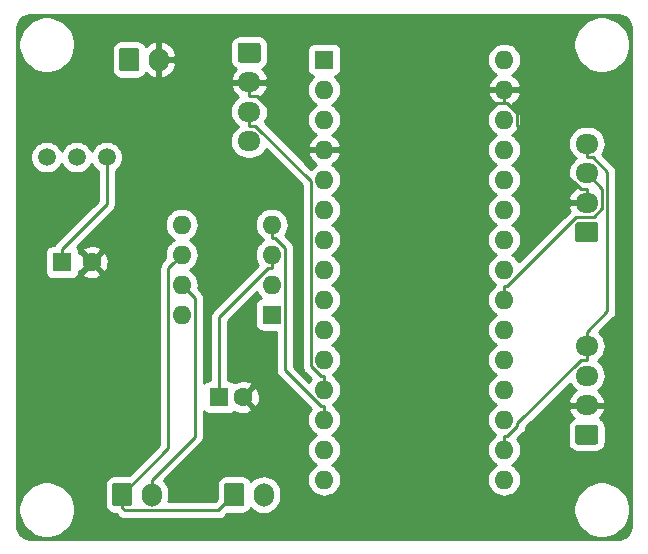
<source format=gbl>
G04 #@! TF.GenerationSoftware,KiCad,Pcbnew,(5.1.2)-2*
G04 #@! TF.CreationDate,2021-05-31T16:07:44+09:00*
G04 #@! TF.ProjectId,enc_can_2,656e635f-6361-46e5-9f32-2e6b69636164,rev?*
G04 #@! TF.SameCoordinates,Original*
G04 #@! TF.FileFunction,Copper,L2,Bot*
G04 #@! TF.FilePolarity,Positive*
%FSLAX46Y46*%
G04 Gerber Fmt 4.6, Leading zero omitted, Abs format (unit mm)*
G04 Created by KiCad (PCBNEW (5.1.2)-2) date 2021-05-31 16:07:44*
%MOMM*%
%LPD*%
G04 APERTURE LIST*
%ADD10R,1.600000X1.600000*%
%ADD11O,1.600000X1.600000*%
%ADD12C,1.600000*%
%ADD13C,0.100000*%
%ADD14C,1.700000*%
%ADD15O,1.700000X2.000000*%
%ADD16O,1.950000X1.700000*%
%ADD17C,1.500000*%
%ADD18C,0.250000*%
%ADD19C,0.254000*%
G04 APERTURE END LIST*
D10*
X134620000Y-91440000D03*
D11*
X149860000Y-124460000D03*
X134620000Y-93980000D03*
X149860000Y-121920000D03*
X134620000Y-96520000D03*
X149860000Y-119380000D03*
X134620000Y-99060000D03*
X149860000Y-116840000D03*
X134620000Y-101600000D03*
X149860000Y-114300000D03*
X134620000Y-104140000D03*
X149860000Y-111760000D03*
X134620000Y-106680000D03*
X149860000Y-109220000D03*
X134620000Y-109220000D03*
X149860000Y-106680000D03*
X134620000Y-111760000D03*
X149860000Y-104140000D03*
X134620000Y-114300000D03*
X149860000Y-101600000D03*
X134620000Y-116840000D03*
X149860000Y-99060000D03*
X134620000Y-119380000D03*
X149860000Y-96520000D03*
X134620000Y-121920000D03*
X149860000Y-93980000D03*
X134620000Y-124460000D03*
X149860000Y-91440000D03*
X134620000Y-127000000D03*
X149860000Y-127000000D03*
D10*
X112435000Y-108585000D03*
D12*
X114935000Y-108585000D03*
D10*
X125730000Y-120015000D03*
D12*
X127730000Y-120015000D03*
D13*
G36*
X118734504Y-90441204D02*
G01*
X118758773Y-90444804D01*
X118782571Y-90450765D01*
X118805671Y-90459030D01*
X118827849Y-90469520D01*
X118848893Y-90482133D01*
X118868598Y-90496747D01*
X118886777Y-90513223D01*
X118903253Y-90531402D01*
X118917867Y-90551107D01*
X118930480Y-90572151D01*
X118940970Y-90594329D01*
X118949235Y-90617429D01*
X118955196Y-90641227D01*
X118958796Y-90665496D01*
X118960000Y-90690000D01*
X118960000Y-92190000D01*
X118958796Y-92214504D01*
X118955196Y-92238773D01*
X118949235Y-92262571D01*
X118940970Y-92285671D01*
X118930480Y-92307849D01*
X118917867Y-92328893D01*
X118903253Y-92348598D01*
X118886777Y-92366777D01*
X118868598Y-92383253D01*
X118848893Y-92397867D01*
X118827849Y-92410480D01*
X118805671Y-92420970D01*
X118782571Y-92429235D01*
X118758773Y-92435196D01*
X118734504Y-92438796D01*
X118710000Y-92440000D01*
X117510000Y-92440000D01*
X117485496Y-92438796D01*
X117461227Y-92435196D01*
X117437429Y-92429235D01*
X117414329Y-92420970D01*
X117392151Y-92410480D01*
X117371107Y-92397867D01*
X117351402Y-92383253D01*
X117333223Y-92366777D01*
X117316747Y-92348598D01*
X117302133Y-92328893D01*
X117289520Y-92307849D01*
X117279030Y-92285671D01*
X117270765Y-92262571D01*
X117264804Y-92238773D01*
X117261204Y-92214504D01*
X117260000Y-92190000D01*
X117260000Y-90690000D01*
X117261204Y-90665496D01*
X117264804Y-90641227D01*
X117270765Y-90617429D01*
X117279030Y-90594329D01*
X117289520Y-90572151D01*
X117302133Y-90551107D01*
X117316747Y-90531402D01*
X117333223Y-90513223D01*
X117351402Y-90496747D01*
X117371107Y-90482133D01*
X117392151Y-90469520D01*
X117414329Y-90459030D01*
X117437429Y-90450765D01*
X117461227Y-90444804D01*
X117485496Y-90441204D01*
X117510000Y-90440000D01*
X118710000Y-90440000D01*
X118734504Y-90441204D01*
X118734504Y-90441204D01*
G37*
D14*
X118110000Y-91440000D03*
D15*
X120610000Y-91440000D03*
D13*
G36*
X129019504Y-89996204D02*
G01*
X129043773Y-89999804D01*
X129067571Y-90005765D01*
X129090671Y-90014030D01*
X129112849Y-90024520D01*
X129133893Y-90037133D01*
X129153598Y-90051747D01*
X129171777Y-90068223D01*
X129188253Y-90086402D01*
X129202867Y-90106107D01*
X129215480Y-90127151D01*
X129225970Y-90149329D01*
X129234235Y-90172429D01*
X129240196Y-90196227D01*
X129243796Y-90220496D01*
X129245000Y-90245000D01*
X129245000Y-91445000D01*
X129243796Y-91469504D01*
X129240196Y-91493773D01*
X129234235Y-91517571D01*
X129225970Y-91540671D01*
X129215480Y-91562849D01*
X129202867Y-91583893D01*
X129188253Y-91603598D01*
X129171777Y-91621777D01*
X129153598Y-91638253D01*
X129133893Y-91652867D01*
X129112849Y-91665480D01*
X129090671Y-91675970D01*
X129067571Y-91684235D01*
X129043773Y-91690196D01*
X129019504Y-91693796D01*
X128995000Y-91695000D01*
X127545000Y-91695000D01*
X127520496Y-91693796D01*
X127496227Y-91690196D01*
X127472429Y-91684235D01*
X127449329Y-91675970D01*
X127427151Y-91665480D01*
X127406107Y-91652867D01*
X127386402Y-91638253D01*
X127368223Y-91621777D01*
X127351747Y-91603598D01*
X127337133Y-91583893D01*
X127324520Y-91562849D01*
X127314030Y-91540671D01*
X127305765Y-91517571D01*
X127299804Y-91493773D01*
X127296204Y-91469504D01*
X127295000Y-91445000D01*
X127295000Y-90245000D01*
X127296204Y-90220496D01*
X127299804Y-90196227D01*
X127305765Y-90172429D01*
X127314030Y-90149329D01*
X127324520Y-90127151D01*
X127337133Y-90106107D01*
X127351747Y-90086402D01*
X127368223Y-90068223D01*
X127386402Y-90051747D01*
X127406107Y-90037133D01*
X127427151Y-90024520D01*
X127449329Y-90014030D01*
X127472429Y-90005765D01*
X127496227Y-89999804D01*
X127520496Y-89996204D01*
X127545000Y-89995000D01*
X128995000Y-89995000D01*
X129019504Y-89996204D01*
X129019504Y-89996204D01*
G37*
D14*
X128270000Y-90845000D03*
D16*
X128270000Y-93345000D03*
X128270000Y-95845000D03*
X128270000Y-98345000D03*
D13*
G36*
X157594504Y-122341204D02*
G01*
X157618773Y-122344804D01*
X157642571Y-122350765D01*
X157665671Y-122359030D01*
X157687849Y-122369520D01*
X157708893Y-122382133D01*
X157728598Y-122396747D01*
X157746777Y-122413223D01*
X157763253Y-122431402D01*
X157777867Y-122451107D01*
X157790480Y-122472151D01*
X157800970Y-122494329D01*
X157809235Y-122517429D01*
X157815196Y-122541227D01*
X157818796Y-122565496D01*
X157820000Y-122590000D01*
X157820000Y-123790000D01*
X157818796Y-123814504D01*
X157815196Y-123838773D01*
X157809235Y-123862571D01*
X157800970Y-123885671D01*
X157790480Y-123907849D01*
X157777867Y-123928893D01*
X157763253Y-123948598D01*
X157746777Y-123966777D01*
X157728598Y-123983253D01*
X157708893Y-123997867D01*
X157687849Y-124010480D01*
X157665671Y-124020970D01*
X157642571Y-124029235D01*
X157618773Y-124035196D01*
X157594504Y-124038796D01*
X157570000Y-124040000D01*
X156120000Y-124040000D01*
X156095496Y-124038796D01*
X156071227Y-124035196D01*
X156047429Y-124029235D01*
X156024329Y-124020970D01*
X156002151Y-124010480D01*
X155981107Y-123997867D01*
X155961402Y-123983253D01*
X155943223Y-123966777D01*
X155926747Y-123948598D01*
X155912133Y-123928893D01*
X155899520Y-123907849D01*
X155889030Y-123885671D01*
X155880765Y-123862571D01*
X155874804Y-123838773D01*
X155871204Y-123814504D01*
X155870000Y-123790000D01*
X155870000Y-122590000D01*
X155871204Y-122565496D01*
X155874804Y-122541227D01*
X155880765Y-122517429D01*
X155889030Y-122494329D01*
X155899520Y-122472151D01*
X155912133Y-122451107D01*
X155926747Y-122431402D01*
X155943223Y-122413223D01*
X155961402Y-122396747D01*
X155981107Y-122382133D01*
X156002151Y-122369520D01*
X156024329Y-122359030D01*
X156047429Y-122350765D01*
X156071227Y-122344804D01*
X156095496Y-122341204D01*
X156120000Y-122340000D01*
X157570000Y-122340000D01*
X157594504Y-122341204D01*
X157594504Y-122341204D01*
G37*
D14*
X156845000Y-123190000D03*
D16*
X156845000Y-120690000D03*
X156845000Y-118190000D03*
X156845000Y-115690000D03*
X156845000Y-98545000D03*
X156845000Y-101045000D03*
X156845000Y-103545000D03*
D13*
G36*
X157594504Y-105196204D02*
G01*
X157618773Y-105199804D01*
X157642571Y-105205765D01*
X157665671Y-105214030D01*
X157687849Y-105224520D01*
X157708893Y-105237133D01*
X157728598Y-105251747D01*
X157746777Y-105268223D01*
X157763253Y-105286402D01*
X157777867Y-105306107D01*
X157790480Y-105327151D01*
X157800970Y-105349329D01*
X157809235Y-105372429D01*
X157815196Y-105396227D01*
X157818796Y-105420496D01*
X157820000Y-105445000D01*
X157820000Y-106645000D01*
X157818796Y-106669504D01*
X157815196Y-106693773D01*
X157809235Y-106717571D01*
X157800970Y-106740671D01*
X157790480Y-106762849D01*
X157777867Y-106783893D01*
X157763253Y-106803598D01*
X157746777Y-106821777D01*
X157728598Y-106838253D01*
X157708893Y-106852867D01*
X157687849Y-106865480D01*
X157665671Y-106875970D01*
X157642571Y-106884235D01*
X157618773Y-106890196D01*
X157594504Y-106893796D01*
X157570000Y-106895000D01*
X156120000Y-106895000D01*
X156095496Y-106893796D01*
X156071227Y-106890196D01*
X156047429Y-106884235D01*
X156024329Y-106875970D01*
X156002151Y-106865480D01*
X155981107Y-106852867D01*
X155961402Y-106838253D01*
X155943223Y-106821777D01*
X155926747Y-106803598D01*
X155912133Y-106783893D01*
X155899520Y-106762849D01*
X155889030Y-106740671D01*
X155880765Y-106717571D01*
X155874804Y-106693773D01*
X155871204Y-106669504D01*
X155870000Y-106645000D01*
X155870000Y-105445000D01*
X155871204Y-105420496D01*
X155874804Y-105396227D01*
X155880765Y-105372429D01*
X155889030Y-105349329D01*
X155899520Y-105327151D01*
X155912133Y-105306107D01*
X155926747Y-105286402D01*
X155943223Y-105268223D01*
X155961402Y-105251747D01*
X155981107Y-105237133D01*
X156002151Y-105224520D01*
X156024329Y-105214030D01*
X156047429Y-105205765D01*
X156071227Y-105199804D01*
X156095496Y-105196204D01*
X156120000Y-105195000D01*
X157570000Y-105195000D01*
X157594504Y-105196204D01*
X157594504Y-105196204D01*
G37*
D14*
X156845000Y-106045000D03*
D15*
X129500000Y-128270000D03*
D13*
G36*
X127624504Y-127271204D02*
G01*
X127648773Y-127274804D01*
X127672571Y-127280765D01*
X127695671Y-127289030D01*
X127717849Y-127299520D01*
X127738893Y-127312133D01*
X127758598Y-127326747D01*
X127776777Y-127343223D01*
X127793253Y-127361402D01*
X127807867Y-127381107D01*
X127820480Y-127402151D01*
X127830970Y-127424329D01*
X127839235Y-127447429D01*
X127845196Y-127471227D01*
X127848796Y-127495496D01*
X127850000Y-127520000D01*
X127850000Y-129020000D01*
X127848796Y-129044504D01*
X127845196Y-129068773D01*
X127839235Y-129092571D01*
X127830970Y-129115671D01*
X127820480Y-129137849D01*
X127807867Y-129158893D01*
X127793253Y-129178598D01*
X127776777Y-129196777D01*
X127758598Y-129213253D01*
X127738893Y-129227867D01*
X127717849Y-129240480D01*
X127695671Y-129250970D01*
X127672571Y-129259235D01*
X127648773Y-129265196D01*
X127624504Y-129268796D01*
X127600000Y-129270000D01*
X126400000Y-129270000D01*
X126375496Y-129268796D01*
X126351227Y-129265196D01*
X126327429Y-129259235D01*
X126304329Y-129250970D01*
X126282151Y-129240480D01*
X126261107Y-129227867D01*
X126241402Y-129213253D01*
X126223223Y-129196777D01*
X126206747Y-129178598D01*
X126192133Y-129158893D01*
X126179520Y-129137849D01*
X126169030Y-129115671D01*
X126160765Y-129092571D01*
X126154804Y-129068773D01*
X126151204Y-129044504D01*
X126150000Y-129020000D01*
X126150000Y-127520000D01*
X126151204Y-127495496D01*
X126154804Y-127471227D01*
X126160765Y-127447429D01*
X126169030Y-127424329D01*
X126179520Y-127402151D01*
X126192133Y-127381107D01*
X126206747Y-127361402D01*
X126223223Y-127343223D01*
X126241402Y-127326747D01*
X126261107Y-127312133D01*
X126282151Y-127299520D01*
X126304329Y-127289030D01*
X126327429Y-127280765D01*
X126351227Y-127274804D01*
X126375496Y-127271204D01*
X126400000Y-127270000D01*
X127600000Y-127270000D01*
X127624504Y-127271204D01*
X127624504Y-127271204D01*
G37*
D14*
X127000000Y-128270000D03*
D13*
G36*
X118139504Y-127271204D02*
G01*
X118163773Y-127274804D01*
X118187571Y-127280765D01*
X118210671Y-127289030D01*
X118232849Y-127299520D01*
X118253893Y-127312133D01*
X118273598Y-127326747D01*
X118291777Y-127343223D01*
X118308253Y-127361402D01*
X118322867Y-127381107D01*
X118335480Y-127402151D01*
X118345970Y-127424329D01*
X118354235Y-127447429D01*
X118360196Y-127471227D01*
X118363796Y-127495496D01*
X118365000Y-127520000D01*
X118365000Y-129020000D01*
X118363796Y-129044504D01*
X118360196Y-129068773D01*
X118354235Y-129092571D01*
X118345970Y-129115671D01*
X118335480Y-129137849D01*
X118322867Y-129158893D01*
X118308253Y-129178598D01*
X118291777Y-129196777D01*
X118273598Y-129213253D01*
X118253893Y-129227867D01*
X118232849Y-129240480D01*
X118210671Y-129250970D01*
X118187571Y-129259235D01*
X118163773Y-129265196D01*
X118139504Y-129268796D01*
X118115000Y-129270000D01*
X116915000Y-129270000D01*
X116890496Y-129268796D01*
X116866227Y-129265196D01*
X116842429Y-129259235D01*
X116819329Y-129250970D01*
X116797151Y-129240480D01*
X116776107Y-129227867D01*
X116756402Y-129213253D01*
X116738223Y-129196777D01*
X116721747Y-129178598D01*
X116707133Y-129158893D01*
X116694520Y-129137849D01*
X116684030Y-129115671D01*
X116675765Y-129092571D01*
X116669804Y-129068773D01*
X116666204Y-129044504D01*
X116665000Y-129020000D01*
X116665000Y-127520000D01*
X116666204Y-127495496D01*
X116669804Y-127471227D01*
X116675765Y-127447429D01*
X116684030Y-127424329D01*
X116694520Y-127402151D01*
X116707133Y-127381107D01*
X116721747Y-127361402D01*
X116738223Y-127343223D01*
X116756402Y-127326747D01*
X116776107Y-127312133D01*
X116797151Y-127299520D01*
X116819329Y-127289030D01*
X116842429Y-127280765D01*
X116866227Y-127274804D01*
X116890496Y-127271204D01*
X116915000Y-127270000D01*
X118115000Y-127270000D01*
X118139504Y-127271204D01*
X118139504Y-127271204D01*
G37*
D14*
X117515000Y-128270000D03*
D15*
X120015000Y-128270000D03*
D17*
X111125000Y-99695000D03*
X113665000Y-99695000D03*
X116205000Y-99695000D03*
D10*
X130175000Y-113030000D03*
D11*
X122555000Y-105410000D03*
X130175000Y-110490000D03*
X122555000Y-107950000D03*
X130175000Y-107950000D03*
X122555000Y-110490000D03*
X130175000Y-105410000D03*
X122555000Y-113030000D03*
D18*
X156845000Y-115690000D02*
X156845000Y-114514700D01*
X156845000Y-98545000D02*
X156845000Y-99720300D01*
X156845000Y-99720300D02*
X157359200Y-99720300D01*
X157359200Y-99720300D02*
X158605000Y-100966100D01*
X158605000Y-100966100D02*
X158605000Y-112754700D01*
X158605000Y-112754700D02*
X156845000Y-114514700D01*
X149860000Y-124460000D02*
X149860000Y-123334700D01*
X156845000Y-115690000D02*
X156845000Y-116865300D01*
X156845000Y-116865300D02*
X156330800Y-116865300D01*
X156330800Y-116865300D02*
X150985300Y-122210800D01*
X150985300Y-122210800D02*
X150985300Y-122491900D01*
X150985300Y-122491900D02*
X150142500Y-123334700D01*
X150142500Y-123334700D02*
X149860000Y-123334700D01*
X134620000Y-99060000D02*
X135745300Y-99060000D01*
X135745300Y-99060000D02*
X139700000Y-95105300D01*
X139700000Y-95105300D02*
X149860000Y-95105300D01*
X134057400Y-99060000D02*
X134620000Y-99060000D01*
X149860000Y-93980000D02*
X149860000Y-95105300D01*
X156845000Y-103545000D02*
X156845000Y-102369700D01*
X156845000Y-102369700D02*
X156330800Y-102369700D01*
X156330800Y-102369700D02*
X150985300Y-97024200D01*
X150985300Y-97024200D02*
X150985300Y-95949200D01*
X150985300Y-95949200D02*
X150141400Y-95105300D01*
X150141400Y-95105300D02*
X149860000Y-95105300D01*
X134057400Y-99060000D02*
X133494700Y-99060000D01*
X128270000Y-93345000D02*
X128270000Y-94520300D01*
X133494700Y-99060000D02*
X128955000Y-94520300D01*
X128955000Y-94520300D02*
X128270000Y-94520300D01*
X149860000Y-111760000D02*
X149860000Y-110634700D01*
X156845000Y-101045000D02*
X158154600Y-102354600D01*
X158154600Y-102354600D02*
X158154600Y-104045600D01*
X158154600Y-104045600D02*
X157462200Y-104738000D01*
X157462200Y-104738000D02*
X155976400Y-104738000D01*
X155976400Y-104738000D02*
X150079700Y-110634700D01*
X150079700Y-110634700D02*
X149860000Y-110634700D01*
X130175000Y-107950000D02*
X130175000Y-109075300D01*
X130175000Y-109075300D02*
X129893700Y-109075300D01*
X129893700Y-109075300D02*
X125730000Y-113239000D01*
X125730000Y-113239000D02*
X125730000Y-120015000D01*
X134620000Y-119380000D02*
X134620000Y-118254700D01*
X128270000Y-95845000D02*
X128270000Y-97020300D01*
X128270000Y-97020300D02*
X128784200Y-97020300D01*
X128784200Y-97020300D02*
X133494700Y-101730800D01*
X133494700Y-101730800D02*
X133494700Y-117410800D01*
X133494700Y-117410800D02*
X134338600Y-118254700D01*
X134338600Y-118254700D02*
X134620000Y-118254700D01*
X130175000Y-105410000D02*
X130175000Y-106535300D01*
X134620000Y-121920000D02*
X134620000Y-120794700D01*
X134620000Y-120794700D02*
X134338700Y-120794700D01*
X134338700Y-120794700D02*
X131300300Y-117756300D01*
X131300300Y-117756300D02*
X131300300Y-107379200D01*
X131300300Y-107379200D02*
X130456400Y-106535300D01*
X130456400Y-106535300D02*
X130175000Y-106535300D01*
X116205000Y-99695000D02*
X116205000Y-103689700D01*
X116205000Y-103689700D02*
X112435000Y-107459700D01*
X112435000Y-108585000D02*
X112435000Y-107459700D01*
X120015000Y-127020000D02*
X120015000Y-128270000D01*
X123680001Y-123354999D02*
X120015000Y-127020000D01*
X123680001Y-111615001D02*
X123680001Y-123354999D01*
X122555000Y-110490000D02*
X123680001Y-111615001D01*
X126094447Y-129175553D02*
X127000000Y-128270000D01*
X125674990Y-129595010D02*
X126094447Y-129175553D01*
X117740010Y-129595010D02*
X125674990Y-129595010D01*
X117515000Y-129370000D02*
X117740010Y-129595010D01*
X117515000Y-128270000D02*
X117515000Y-129370000D01*
X121755001Y-108749999D02*
X122555000Y-107950000D01*
X121429999Y-109075001D02*
X121755001Y-108749999D01*
X121429999Y-124355001D02*
X121429999Y-109075001D01*
X117515000Y-128270000D02*
X121429999Y-124355001D01*
D19*
G36*
X159626204Y-87681815D02*
G01*
X159858226Y-87751867D01*
X160072222Y-87865650D01*
X160260041Y-88018832D01*
X160414530Y-88205577D01*
X160529801Y-88418769D01*
X160601472Y-88650300D01*
X160630000Y-88921725D01*
X160630001Y-130777712D01*
X160603185Y-131051205D01*
X160533133Y-131283226D01*
X160419350Y-131497222D01*
X160266169Y-131685039D01*
X160079424Y-131839529D01*
X159866231Y-131954802D01*
X159634701Y-132026472D01*
X159363276Y-132055000D01*
X109887277Y-132055000D01*
X109613795Y-132028185D01*
X109381774Y-131958133D01*
X109167778Y-131844350D01*
X108979961Y-131691169D01*
X108825471Y-131504424D01*
X108710198Y-131291231D01*
X108638528Y-131059701D01*
X108610000Y-130788276D01*
X108610000Y-129305098D01*
X108740000Y-129305098D01*
X108740000Y-129774902D01*
X108831654Y-130235679D01*
X109011440Y-130669721D01*
X109272450Y-131060349D01*
X109604651Y-131392550D01*
X109995279Y-131653560D01*
X110429321Y-131833346D01*
X110890098Y-131925000D01*
X111359902Y-131925000D01*
X111820679Y-131833346D01*
X112254721Y-131653560D01*
X112645349Y-131392550D01*
X112977550Y-131060349D01*
X113238560Y-130669721D01*
X113418346Y-130235679D01*
X113510000Y-129774902D01*
X113510000Y-129305098D01*
X113418346Y-128844321D01*
X113238560Y-128410279D01*
X112977550Y-128019651D01*
X112645349Y-127687450D01*
X112394744Y-127520000D01*
X116026928Y-127520000D01*
X116026928Y-129020000D01*
X116043992Y-129193254D01*
X116094528Y-129359850D01*
X116176595Y-129513386D01*
X116287038Y-129647962D01*
X116421614Y-129758405D01*
X116575150Y-129840472D01*
X116741746Y-129891008D01*
X116915000Y-129908072D01*
X116973417Y-129908072D01*
X116975000Y-129910001D01*
X117003998Y-129933799D01*
X117176206Y-130106007D01*
X117200009Y-130135011D01*
X117315734Y-130229984D01*
X117447763Y-130300556D01*
X117591024Y-130344013D01*
X117702677Y-130355010D01*
X117702686Y-130355010D01*
X117740009Y-130358686D01*
X117777332Y-130355010D01*
X125637668Y-130355010D01*
X125674990Y-130358686D01*
X125712312Y-130355010D01*
X125712323Y-130355010D01*
X125823976Y-130344013D01*
X125967237Y-130300556D01*
X126099266Y-130229984D01*
X126214991Y-130135011D01*
X126238794Y-130106007D01*
X126436729Y-129908072D01*
X127600000Y-129908072D01*
X127773254Y-129891008D01*
X127939850Y-129840472D01*
X128093386Y-129758405D01*
X128227962Y-129647962D01*
X128338405Y-129513386D01*
X128392777Y-129411663D01*
X128444866Y-129475134D01*
X128670987Y-129660706D01*
X128928967Y-129798599D01*
X129208890Y-129883513D01*
X129500000Y-129912185D01*
X129791111Y-129883513D01*
X130071034Y-129798599D01*
X130329014Y-129660706D01*
X130555134Y-129475134D01*
X130694679Y-129305098D01*
X155730000Y-129305098D01*
X155730000Y-129774902D01*
X155821654Y-130235679D01*
X156001440Y-130669721D01*
X156262450Y-131060349D01*
X156594651Y-131392550D01*
X156985279Y-131653560D01*
X157419321Y-131833346D01*
X157880098Y-131925000D01*
X158349902Y-131925000D01*
X158810679Y-131833346D01*
X159244721Y-131653560D01*
X159635349Y-131392550D01*
X159967550Y-131060349D01*
X160228560Y-130669721D01*
X160408346Y-130235679D01*
X160500000Y-129774902D01*
X160500000Y-129305098D01*
X160408346Y-128844321D01*
X160228560Y-128410279D01*
X159967550Y-128019651D01*
X159635349Y-127687450D01*
X159244721Y-127426440D01*
X158810679Y-127246654D01*
X158349902Y-127155000D01*
X157880098Y-127155000D01*
X157419321Y-127246654D01*
X156985279Y-127426440D01*
X156594651Y-127687450D01*
X156262450Y-128019651D01*
X156001440Y-128410279D01*
X155821654Y-128844321D01*
X155730000Y-129305098D01*
X130694679Y-129305098D01*
X130740706Y-129249014D01*
X130878599Y-128991033D01*
X130963513Y-128711110D01*
X130985000Y-128492949D01*
X130985000Y-128047050D01*
X130963513Y-127828889D01*
X130878599Y-127548966D01*
X130740706Y-127290986D01*
X130555134Y-127064866D01*
X130329013Y-126879294D01*
X130071033Y-126741401D01*
X129791110Y-126656487D01*
X129500000Y-126627815D01*
X129208889Y-126656487D01*
X128928966Y-126741401D01*
X128670986Y-126879294D01*
X128444866Y-127064866D01*
X128392777Y-127128337D01*
X128338405Y-127026614D01*
X128227962Y-126892038D01*
X128093386Y-126781595D01*
X127939850Y-126699528D01*
X127773254Y-126648992D01*
X127600000Y-126631928D01*
X126400000Y-126631928D01*
X126226746Y-126648992D01*
X126060150Y-126699528D01*
X125906614Y-126781595D01*
X125772038Y-126892038D01*
X125661595Y-127026614D01*
X125579528Y-127180150D01*
X125528992Y-127346746D01*
X125511928Y-127520000D01*
X125511928Y-128683271D01*
X125360189Y-128835010D01*
X121440928Y-128835010D01*
X121478513Y-128711110D01*
X121500000Y-128492949D01*
X121500000Y-128047050D01*
X121478513Y-127828889D01*
X121393599Y-127548966D01*
X121255706Y-127290986D01*
X121070134Y-127064866D01*
X121056294Y-127053508D01*
X124191004Y-123918798D01*
X124220002Y-123895000D01*
X124246333Y-123862916D01*
X124314975Y-123779276D01*
X124385547Y-123647246D01*
X124429004Y-123503985D01*
X124440001Y-123392332D01*
X124440001Y-123392323D01*
X124443677Y-123355000D01*
X124440001Y-123317677D01*
X124440001Y-121218890D01*
X124478815Y-121266185D01*
X124575506Y-121345537D01*
X124685820Y-121404502D01*
X124805518Y-121440812D01*
X124930000Y-121453072D01*
X126530000Y-121453072D01*
X126654482Y-121440812D01*
X126774180Y-121404502D01*
X126884494Y-121345537D01*
X126981185Y-121266185D01*
X126991807Y-121253242D01*
X127243996Y-121372571D01*
X127518184Y-121441300D01*
X127800512Y-121455217D01*
X128080130Y-121413787D01*
X128346292Y-121318603D01*
X128471514Y-121251671D01*
X128543097Y-121007702D01*
X127730000Y-120194605D01*
X127715858Y-120208748D01*
X127536253Y-120029143D01*
X127550395Y-120015000D01*
X127909605Y-120015000D01*
X128722702Y-120828097D01*
X128966671Y-120756514D01*
X129087571Y-120501004D01*
X129156300Y-120226816D01*
X129170217Y-119944488D01*
X129128787Y-119664870D01*
X129033603Y-119398708D01*
X128966671Y-119273486D01*
X128722702Y-119201903D01*
X127909605Y-120015000D01*
X127550395Y-120015000D01*
X127536253Y-120000858D01*
X127715858Y-119821253D01*
X127730000Y-119835395D01*
X128543097Y-119022298D01*
X128471514Y-118778329D01*
X128216004Y-118657429D01*
X127941816Y-118588700D01*
X127659488Y-118574783D01*
X127379870Y-118616213D01*
X127113708Y-118711397D01*
X126991691Y-118776616D01*
X126981185Y-118763815D01*
X126884494Y-118684463D01*
X126774180Y-118625498D01*
X126654482Y-118589188D01*
X126530000Y-118576928D01*
X126490000Y-118576928D01*
X126490000Y-113553801D01*
X128903016Y-111140786D01*
X128943963Y-111227420D01*
X129111481Y-111453414D01*
X129275080Y-111601769D01*
X129250518Y-111604188D01*
X129130820Y-111640498D01*
X129020506Y-111699463D01*
X128923815Y-111778815D01*
X128844463Y-111875506D01*
X128785498Y-111985820D01*
X128749188Y-112105518D01*
X128736928Y-112230000D01*
X128736928Y-113830000D01*
X128749188Y-113954482D01*
X128785498Y-114074180D01*
X128844463Y-114184494D01*
X128923815Y-114281185D01*
X129020506Y-114360537D01*
X129130820Y-114419502D01*
X129250518Y-114455812D01*
X129375000Y-114468072D01*
X130540300Y-114468072D01*
X130540300Y-117718978D01*
X130536624Y-117756300D01*
X130540300Y-117793622D01*
X130540300Y-117793632D01*
X130551297Y-117905285D01*
X130569643Y-117965764D01*
X130594754Y-118048546D01*
X130665326Y-118180576D01*
X130695520Y-118217367D01*
X130760299Y-118296301D01*
X130789303Y-118320104D01*
X133496357Y-121027159D01*
X133421068Y-121118899D01*
X133287818Y-121368192D01*
X133205764Y-121638691D01*
X133178057Y-121920000D01*
X133205764Y-122201309D01*
X133287818Y-122471808D01*
X133421068Y-122721101D01*
X133600392Y-122939608D01*
X133818899Y-123118932D01*
X133951858Y-123190000D01*
X133818899Y-123261068D01*
X133600392Y-123440392D01*
X133421068Y-123658899D01*
X133287818Y-123908192D01*
X133205764Y-124178691D01*
X133178057Y-124460000D01*
X133205764Y-124741309D01*
X133287818Y-125011808D01*
X133421068Y-125261101D01*
X133600392Y-125479608D01*
X133818899Y-125658932D01*
X133951858Y-125730000D01*
X133818899Y-125801068D01*
X133600392Y-125980392D01*
X133421068Y-126198899D01*
X133287818Y-126448192D01*
X133205764Y-126718691D01*
X133178057Y-127000000D01*
X133205764Y-127281309D01*
X133287818Y-127551808D01*
X133421068Y-127801101D01*
X133600392Y-128019608D01*
X133818899Y-128198932D01*
X134068192Y-128332182D01*
X134338691Y-128414236D01*
X134549508Y-128435000D01*
X134690492Y-128435000D01*
X134901309Y-128414236D01*
X135171808Y-128332182D01*
X135421101Y-128198932D01*
X135639608Y-128019608D01*
X135818932Y-127801101D01*
X135952182Y-127551808D01*
X136034236Y-127281309D01*
X136061943Y-127000000D01*
X136034236Y-126718691D01*
X135952182Y-126448192D01*
X135818932Y-126198899D01*
X135639608Y-125980392D01*
X135421101Y-125801068D01*
X135288142Y-125730000D01*
X135421101Y-125658932D01*
X135639608Y-125479608D01*
X135818932Y-125261101D01*
X135952182Y-125011808D01*
X136034236Y-124741309D01*
X136061943Y-124460000D01*
X136034236Y-124178691D01*
X135952182Y-123908192D01*
X135818932Y-123658899D01*
X135639608Y-123440392D01*
X135421101Y-123261068D01*
X135288142Y-123190000D01*
X135421101Y-123118932D01*
X135639608Y-122939608D01*
X135818932Y-122721101D01*
X135952182Y-122471808D01*
X136034236Y-122201309D01*
X136061943Y-121920000D01*
X136034236Y-121638691D01*
X135952182Y-121368192D01*
X135818932Y-121118899D01*
X135639608Y-120900392D01*
X135421101Y-120721068D01*
X135373942Y-120695861D01*
X135369003Y-120645714D01*
X135358840Y-120612211D01*
X135421101Y-120578932D01*
X135639608Y-120399608D01*
X135818932Y-120181101D01*
X135952182Y-119931808D01*
X136034236Y-119661309D01*
X136061943Y-119380000D01*
X136034236Y-119098691D01*
X135952182Y-118828192D01*
X135818932Y-118578899D01*
X135639608Y-118360392D01*
X135421101Y-118181068D01*
X135373942Y-118155861D01*
X135369003Y-118105714D01*
X135358840Y-118072211D01*
X135421101Y-118038932D01*
X135639608Y-117859608D01*
X135818932Y-117641101D01*
X135952182Y-117391808D01*
X136034236Y-117121309D01*
X136061943Y-116840000D01*
X136034236Y-116558691D01*
X135952182Y-116288192D01*
X135818932Y-116038899D01*
X135639608Y-115820392D01*
X135421101Y-115641068D01*
X135288142Y-115570000D01*
X135421101Y-115498932D01*
X135639608Y-115319608D01*
X135818932Y-115101101D01*
X135952182Y-114851808D01*
X136034236Y-114581309D01*
X136061943Y-114300000D01*
X136034236Y-114018691D01*
X135952182Y-113748192D01*
X135818932Y-113498899D01*
X135639608Y-113280392D01*
X135421101Y-113101068D01*
X135288142Y-113030000D01*
X135421101Y-112958932D01*
X135639608Y-112779608D01*
X135818932Y-112561101D01*
X135952182Y-112311808D01*
X136034236Y-112041309D01*
X136061943Y-111760000D01*
X136034236Y-111478691D01*
X135952182Y-111208192D01*
X135818932Y-110958899D01*
X135639608Y-110740392D01*
X135421101Y-110561068D01*
X135288142Y-110490000D01*
X135421101Y-110418932D01*
X135639608Y-110239608D01*
X135818932Y-110021101D01*
X135952182Y-109771808D01*
X136034236Y-109501309D01*
X136061943Y-109220000D01*
X136034236Y-108938691D01*
X135952182Y-108668192D01*
X135818932Y-108418899D01*
X135639608Y-108200392D01*
X135421101Y-108021068D01*
X135288142Y-107950000D01*
X135421101Y-107878932D01*
X135639608Y-107699608D01*
X135818932Y-107481101D01*
X135952182Y-107231808D01*
X136034236Y-106961309D01*
X136061943Y-106680000D01*
X136034236Y-106398691D01*
X135952182Y-106128192D01*
X135818932Y-105878899D01*
X135639608Y-105660392D01*
X135421101Y-105481068D01*
X135288142Y-105410000D01*
X135421101Y-105338932D01*
X135639608Y-105159608D01*
X135818932Y-104941101D01*
X135952182Y-104691808D01*
X136034236Y-104421309D01*
X136061943Y-104140000D01*
X136034236Y-103858691D01*
X135952182Y-103588192D01*
X135818932Y-103338899D01*
X135639608Y-103120392D01*
X135421101Y-102941068D01*
X135288142Y-102870000D01*
X135421101Y-102798932D01*
X135639608Y-102619608D01*
X135818932Y-102401101D01*
X135952182Y-102151808D01*
X136034236Y-101881309D01*
X136061943Y-101600000D01*
X136034236Y-101318691D01*
X135952182Y-101048192D01*
X135818932Y-100798899D01*
X135639608Y-100580392D01*
X135421101Y-100401068D01*
X135283318Y-100327421D01*
X135475131Y-100212385D01*
X135683519Y-100023414D01*
X135851037Y-99797420D01*
X135971246Y-99543087D01*
X136011904Y-99409039D01*
X135889915Y-99187000D01*
X134747000Y-99187000D01*
X134747000Y-99207000D01*
X134493000Y-99207000D01*
X134493000Y-99187000D01*
X133350085Y-99187000D01*
X133228096Y-99409039D01*
X133268754Y-99543087D01*
X133388963Y-99797420D01*
X133556481Y-100023414D01*
X133764869Y-100212385D01*
X133956682Y-100327421D01*
X133818899Y-100401068D01*
X133600392Y-100580392D01*
X133518671Y-100679969D01*
X129580267Y-96741566D01*
X129635706Y-96674014D01*
X129773599Y-96416034D01*
X129858513Y-96136111D01*
X129887185Y-95845000D01*
X129858513Y-95553889D01*
X129773599Y-95273966D01*
X129635706Y-95015986D01*
X129450134Y-94789866D01*
X129224014Y-94604294D01*
X129198278Y-94590538D01*
X129404429Y-94434049D01*
X129597496Y-94216193D01*
X129735504Y-93980000D01*
X133178057Y-93980000D01*
X133205764Y-94261309D01*
X133287818Y-94531808D01*
X133421068Y-94781101D01*
X133600392Y-94999608D01*
X133818899Y-95178932D01*
X133951858Y-95250000D01*
X133818899Y-95321068D01*
X133600392Y-95500392D01*
X133421068Y-95718899D01*
X133287818Y-95968192D01*
X133205764Y-96238691D01*
X133178057Y-96520000D01*
X133205764Y-96801309D01*
X133287818Y-97071808D01*
X133421068Y-97321101D01*
X133600392Y-97539608D01*
X133818899Y-97718932D01*
X133956682Y-97792579D01*
X133764869Y-97907615D01*
X133556481Y-98096586D01*
X133388963Y-98322580D01*
X133268754Y-98576913D01*
X133228096Y-98710961D01*
X133350085Y-98933000D01*
X134493000Y-98933000D01*
X134493000Y-98913000D01*
X134747000Y-98913000D01*
X134747000Y-98933000D01*
X135889915Y-98933000D01*
X136011904Y-98710961D01*
X135971246Y-98576913D01*
X135851037Y-98322580D01*
X135683519Y-98096586D01*
X135475131Y-97907615D01*
X135283318Y-97792579D01*
X135421101Y-97718932D01*
X135639608Y-97539608D01*
X135818932Y-97321101D01*
X135952182Y-97071808D01*
X136034236Y-96801309D01*
X136061943Y-96520000D01*
X148418057Y-96520000D01*
X148445764Y-96801309D01*
X148527818Y-97071808D01*
X148661068Y-97321101D01*
X148840392Y-97539608D01*
X149058899Y-97718932D01*
X149191858Y-97790000D01*
X149058899Y-97861068D01*
X148840392Y-98040392D01*
X148661068Y-98258899D01*
X148527818Y-98508192D01*
X148445764Y-98778691D01*
X148418057Y-99060000D01*
X148445764Y-99341309D01*
X148527818Y-99611808D01*
X148661068Y-99861101D01*
X148840392Y-100079608D01*
X149058899Y-100258932D01*
X149191858Y-100330000D01*
X149058899Y-100401068D01*
X148840392Y-100580392D01*
X148661068Y-100798899D01*
X148527818Y-101048192D01*
X148445764Y-101318691D01*
X148418057Y-101600000D01*
X148445764Y-101881309D01*
X148527818Y-102151808D01*
X148661068Y-102401101D01*
X148840392Y-102619608D01*
X149058899Y-102798932D01*
X149191858Y-102870000D01*
X149058899Y-102941068D01*
X148840392Y-103120392D01*
X148661068Y-103338899D01*
X148527818Y-103588192D01*
X148445764Y-103858691D01*
X148418057Y-104140000D01*
X148445764Y-104421309D01*
X148527818Y-104691808D01*
X148661068Y-104941101D01*
X148840392Y-105159608D01*
X149058899Y-105338932D01*
X149191858Y-105410000D01*
X149058899Y-105481068D01*
X148840392Y-105660392D01*
X148661068Y-105878899D01*
X148527818Y-106128192D01*
X148445764Y-106398691D01*
X148418057Y-106680000D01*
X148445764Y-106961309D01*
X148527818Y-107231808D01*
X148661068Y-107481101D01*
X148840392Y-107699608D01*
X149058899Y-107878932D01*
X149191858Y-107950000D01*
X149058899Y-108021068D01*
X148840392Y-108200392D01*
X148661068Y-108418899D01*
X148527818Y-108668192D01*
X148445764Y-108938691D01*
X148418057Y-109220000D01*
X148445764Y-109501309D01*
X148527818Y-109771808D01*
X148661068Y-110021101D01*
X148840392Y-110239608D01*
X149058899Y-110418932D01*
X149121160Y-110452211D01*
X149110997Y-110485714D01*
X149106058Y-110535861D01*
X149058899Y-110561068D01*
X148840392Y-110740392D01*
X148661068Y-110958899D01*
X148527818Y-111208192D01*
X148445764Y-111478691D01*
X148418057Y-111760000D01*
X148445764Y-112041309D01*
X148527818Y-112311808D01*
X148661068Y-112561101D01*
X148840392Y-112779608D01*
X149058899Y-112958932D01*
X149191858Y-113030000D01*
X149058899Y-113101068D01*
X148840392Y-113280392D01*
X148661068Y-113498899D01*
X148527818Y-113748192D01*
X148445764Y-114018691D01*
X148418057Y-114300000D01*
X148445764Y-114581309D01*
X148527818Y-114851808D01*
X148661068Y-115101101D01*
X148840392Y-115319608D01*
X149058899Y-115498932D01*
X149191858Y-115570000D01*
X149058899Y-115641068D01*
X148840392Y-115820392D01*
X148661068Y-116038899D01*
X148527818Y-116288192D01*
X148445764Y-116558691D01*
X148418057Y-116840000D01*
X148445764Y-117121309D01*
X148527818Y-117391808D01*
X148661068Y-117641101D01*
X148840392Y-117859608D01*
X149058899Y-118038932D01*
X149191858Y-118110000D01*
X149058899Y-118181068D01*
X148840392Y-118360392D01*
X148661068Y-118578899D01*
X148527818Y-118828192D01*
X148445764Y-119098691D01*
X148418057Y-119380000D01*
X148445764Y-119661309D01*
X148527818Y-119931808D01*
X148661068Y-120181101D01*
X148840392Y-120399608D01*
X149058899Y-120578932D01*
X149191858Y-120650000D01*
X149058899Y-120721068D01*
X148840392Y-120900392D01*
X148661068Y-121118899D01*
X148527818Y-121368192D01*
X148445764Y-121638691D01*
X148418057Y-121920000D01*
X148445764Y-122201309D01*
X148527818Y-122471808D01*
X148661068Y-122721101D01*
X148840392Y-122939608D01*
X149058899Y-123118932D01*
X149121160Y-123152211D01*
X149110997Y-123185714D01*
X149106058Y-123235861D01*
X149058899Y-123261068D01*
X148840392Y-123440392D01*
X148661068Y-123658899D01*
X148527818Y-123908192D01*
X148445764Y-124178691D01*
X148418057Y-124460000D01*
X148445764Y-124741309D01*
X148527818Y-125011808D01*
X148661068Y-125261101D01*
X148840392Y-125479608D01*
X149058899Y-125658932D01*
X149191858Y-125730000D01*
X149058899Y-125801068D01*
X148840392Y-125980392D01*
X148661068Y-126198899D01*
X148527818Y-126448192D01*
X148445764Y-126718691D01*
X148418057Y-127000000D01*
X148445764Y-127281309D01*
X148527818Y-127551808D01*
X148661068Y-127801101D01*
X148840392Y-128019608D01*
X149058899Y-128198932D01*
X149308192Y-128332182D01*
X149578691Y-128414236D01*
X149789508Y-128435000D01*
X149930492Y-128435000D01*
X150141309Y-128414236D01*
X150411808Y-128332182D01*
X150661101Y-128198932D01*
X150879608Y-128019608D01*
X151058932Y-127801101D01*
X151192182Y-127551808D01*
X151274236Y-127281309D01*
X151301943Y-127000000D01*
X151274236Y-126718691D01*
X151192182Y-126448192D01*
X151058932Y-126198899D01*
X150879608Y-125980392D01*
X150661101Y-125801068D01*
X150528142Y-125730000D01*
X150661101Y-125658932D01*
X150879608Y-125479608D01*
X151058932Y-125261101D01*
X151192182Y-125011808D01*
X151274236Y-124741309D01*
X151301943Y-124460000D01*
X151274236Y-124178691D01*
X151192182Y-123908192D01*
X151058932Y-123658899D01*
X150984184Y-123567818D01*
X151496303Y-123055699D01*
X151525301Y-123031901D01*
X151620274Y-122916176D01*
X151690846Y-122784147D01*
X151734303Y-122640885D01*
X151739314Y-122590000D01*
X155231928Y-122590000D01*
X155231928Y-123790000D01*
X155248992Y-123963254D01*
X155299528Y-124129850D01*
X155381595Y-124283386D01*
X155492038Y-124417962D01*
X155626614Y-124528405D01*
X155780150Y-124610472D01*
X155946746Y-124661008D01*
X156120000Y-124678072D01*
X157570000Y-124678072D01*
X157743254Y-124661008D01*
X157909850Y-124610472D01*
X158063386Y-124528405D01*
X158197962Y-124417962D01*
X158308405Y-124283386D01*
X158390472Y-124129850D01*
X158441008Y-123963254D01*
X158458072Y-123790000D01*
X158458072Y-122590000D01*
X158441008Y-122416746D01*
X158390472Y-122250150D01*
X158308405Y-122096614D01*
X158197962Y-121962038D01*
X158063386Y-121851595D01*
X157958039Y-121795286D01*
X157979429Y-121779049D01*
X158172496Y-121561193D01*
X158319352Y-121309858D01*
X158411476Y-121046890D01*
X158290155Y-120817000D01*
X156972000Y-120817000D01*
X156972000Y-120837000D01*
X156718000Y-120837000D01*
X156718000Y-120817000D01*
X155399845Y-120817000D01*
X155278524Y-121046890D01*
X155370648Y-121309858D01*
X155517504Y-121561193D01*
X155710571Y-121779049D01*
X155731961Y-121795286D01*
X155626614Y-121851595D01*
X155492038Y-121962038D01*
X155381595Y-122096614D01*
X155299528Y-122250150D01*
X155248992Y-122416746D01*
X155231928Y-122590000D01*
X151739314Y-122590000D01*
X151745300Y-122529232D01*
X151745300Y-122529224D01*
X151745696Y-122525205D01*
X155400082Y-118870819D01*
X155479294Y-119019014D01*
X155664866Y-119245134D01*
X155890986Y-119430706D01*
X155916722Y-119444462D01*
X155710571Y-119600951D01*
X155517504Y-119818807D01*
X155370648Y-120070142D01*
X155278524Y-120333110D01*
X155399845Y-120563000D01*
X156718000Y-120563000D01*
X156718000Y-120543000D01*
X156972000Y-120543000D01*
X156972000Y-120563000D01*
X158290155Y-120563000D01*
X158411476Y-120333110D01*
X158319352Y-120070142D01*
X158172496Y-119818807D01*
X157979429Y-119600951D01*
X157773278Y-119444462D01*
X157799014Y-119430706D01*
X158025134Y-119245134D01*
X158210706Y-119019014D01*
X158348599Y-118761034D01*
X158433513Y-118481111D01*
X158462185Y-118190000D01*
X158433513Y-117898889D01*
X158348599Y-117618966D01*
X158210706Y-117360986D01*
X158025134Y-117134866D01*
X157799014Y-116949294D01*
X157781626Y-116940000D01*
X157799014Y-116930706D01*
X158025134Y-116745134D01*
X158210706Y-116519014D01*
X158348599Y-116261034D01*
X158433513Y-115981111D01*
X158462185Y-115690000D01*
X158433513Y-115398889D01*
X158348599Y-115118966D01*
X158210706Y-114860986D01*
X158025134Y-114634866D01*
X157901280Y-114533221D01*
X159116003Y-113318499D01*
X159145001Y-113294701D01*
X159239974Y-113178976D01*
X159310546Y-113046947D01*
X159354003Y-112903686D01*
X159365000Y-112792033D01*
X159365000Y-112792023D01*
X159368676Y-112754700D01*
X159365000Y-112717377D01*
X159365000Y-101003422D01*
X159368676Y-100966099D01*
X159365000Y-100928776D01*
X159365000Y-100928767D01*
X159354003Y-100817114D01*
X159310546Y-100673853D01*
X159239974Y-100541824D01*
X159145001Y-100426099D01*
X159116004Y-100402302D01*
X158155267Y-99441566D01*
X158210706Y-99374014D01*
X158348599Y-99116034D01*
X158433513Y-98836111D01*
X158462185Y-98545000D01*
X158433513Y-98253889D01*
X158348599Y-97973966D01*
X158210706Y-97715986D01*
X158025134Y-97489866D01*
X157799014Y-97304294D01*
X157541034Y-97166401D01*
X157261111Y-97081487D01*
X157042950Y-97060000D01*
X156647050Y-97060000D01*
X156428889Y-97081487D01*
X156148966Y-97166401D01*
X155890986Y-97304294D01*
X155664866Y-97489866D01*
X155479294Y-97715986D01*
X155341401Y-97973966D01*
X155256487Y-98253889D01*
X155227815Y-98545000D01*
X155256487Y-98836111D01*
X155341401Y-99116034D01*
X155479294Y-99374014D01*
X155664866Y-99600134D01*
X155890986Y-99785706D01*
X155908374Y-99795000D01*
X155890986Y-99804294D01*
X155664866Y-99989866D01*
X155479294Y-100215986D01*
X155341401Y-100473966D01*
X155256487Y-100753889D01*
X155227815Y-101045000D01*
X155256487Y-101336111D01*
X155341401Y-101616034D01*
X155479294Y-101874014D01*
X155664866Y-102100134D01*
X155890986Y-102285706D01*
X155916722Y-102299462D01*
X155710571Y-102455951D01*
X155517504Y-102673807D01*
X155370648Y-102925142D01*
X155278524Y-103188110D01*
X155399845Y-103418000D01*
X156718000Y-103418000D01*
X156718000Y-103398000D01*
X156972000Y-103398000D01*
X156972000Y-103418000D01*
X156992000Y-103418000D01*
X156992000Y-103672000D01*
X156972000Y-103672000D01*
X156972000Y-103692000D01*
X156718000Y-103692000D01*
X156718000Y-103672000D01*
X155399845Y-103672000D01*
X155278524Y-103901890D01*
X155370648Y-104164858D01*
X155409038Y-104230560D01*
X151115280Y-108524319D01*
X151058932Y-108418899D01*
X150879608Y-108200392D01*
X150661101Y-108021068D01*
X150528142Y-107950000D01*
X150661101Y-107878932D01*
X150879608Y-107699608D01*
X151058932Y-107481101D01*
X151192182Y-107231808D01*
X151274236Y-106961309D01*
X151301943Y-106680000D01*
X151274236Y-106398691D01*
X151192182Y-106128192D01*
X151058932Y-105878899D01*
X150879608Y-105660392D01*
X150661101Y-105481068D01*
X150528142Y-105410000D01*
X150661101Y-105338932D01*
X150879608Y-105159608D01*
X151058932Y-104941101D01*
X151192182Y-104691808D01*
X151274236Y-104421309D01*
X151301943Y-104140000D01*
X151274236Y-103858691D01*
X151192182Y-103588192D01*
X151058932Y-103338899D01*
X150879608Y-103120392D01*
X150661101Y-102941068D01*
X150528142Y-102870000D01*
X150661101Y-102798932D01*
X150879608Y-102619608D01*
X151058932Y-102401101D01*
X151192182Y-102151808D01*
X151274236Y-101881309D01*
X151301943Y-101600000D01*
X151274236Y-101318691D01*
X151192182Y-101048192D01*
X151058932Y-100798899D01*
X150879608Y-100580392D01*
X150661101Y-100401068D01*
X150528142Y-100330000D01*
X150661101Y-100258932D01*
X150879608Y-100079608D01*
X151058932Y-99861101D01*
X151192182Y-99611808D01*
X151274236Y-99341309D01*
X151301943Y-99060000D01*
X151274236Y-98778691D01*
X151192182Y-98508192D01*
X151058932Y-98258899D01*
X150879608Y-98040392D01*
X150661101Y-97861068D01*
X150528142Y-97790000D01*
X150661101Y-97718932D01*
X150879608Y-97539608D01*
X151058932Y-97321101D01*
X151192182Y-97071808D01*
X151274236Y-96801309D01*
X151301943Y-96520000D01*
X151274236Y-96238691D01*
X151192182Y-95968192D01*
X151058932Y-95718899D01*
X150879608Y-95500392D01*
X150661101Y-95321068D01*
X150523318Y-95247421D01*
X150715131Y-95132385D01*
X150923519Y-94943414D01*
X151091037Y-94717420D01*
X151211246Y-94463087D01*
X151251904Y-94329039D01*
X151129915Y-94107000D01*
X149987000Y-94107000D01*
X149987000Y-94127000D01*
X149733000Y-94127000D01*
X149733000Y-94107000D01*
X148590085Y-94107000D01*
X148468096Y-94329039D01*
X148508754Y-94463087D01*
X148628963Y-94717420D01*
X148796481Y-94943414D01*
X149004869Y-95132385D01*
X149196682Y-95247421D01*
X149058899Y-95321068D01*
X148840392Y-95500392D01*
X148661068Y-95718899D01*
X148527818Y-95968192D01*
X148445764Y-96238691D01*
X148418057Y-96520000D01*
X136061943Y-96520000D01*
X136034236Y-96238691D01*
X135952182Y-95968192D01*
X135818932Y-95718899D01*
X135639608Y-95500392D01*
X135421101Y-95321068D01*
X135288142Y-95250000D01*
X135421101Y-95178932D01*
X135639608Y-94999608D01*
X135818932Y-94781101D01*
X135952182Y-94531808D01*
X136034236Y-94261309D01*
X136061943Y-93980000D01*
X136034236Y-93698691D01*
X135952182Y-93428192D01*
X135818932Y-93178899D01*
X135639608Y-92960392D01*
X135526518Y-92867581D01*
X135544482Y-92865812D01*
X135664180Y-92829502D01*
X135774494Y-92770537D01*
X135871185Y-92691185D01*
X135950537Y-92594494D01*
X136009502Y-92484180D01*
X136045812Y-92364482D01*
X136058072Y-92240000D01*
X136058072Y-91440000D01*
X148418057Y-91440000D01*
X148445764Y-91721309D01*
X148527818Y-91991808D01*
X148661068Y-92241101D01*
X148840392Y-92459608D01*
X149058899Y-92638932D01*
X149196682Y-92712579D01*
X149004869Y-92827615D01*
X148796481Y-93016586D01*
X148628963Y-93242580D01*
X148508754Y-93496913D01*
X148468096Y-93630961D01*
X148590085Y-93853000D01*
X149733000Y-93853000D01*
X149733000Y-93833000D01*
X149987000Y-93833000D01*
X149987000Y-93853000D01*
X151129915Y-93853000D01*
X151251904Y-93630961D01*
X151211246Y-93496913D01*
X151091037Y-93242580D01*
X150923519Y-93016586D01*
X150715131Y-92827615D01*
X150523318Y-92712579D01*
X150661101Y-92638932D01*
X150879608Y-92459608D01*
X151058932Y-92241101D01*
X151192182Y-91991808D01*
X151274236Y-91721309D01*
X151301943Y-91440000D01*
X151274236Y-91158691D01*
X151192182Y-90888192D01*
X151058932Y-90638899D01*
X150879608Y-90420392D01*
X150661101Y-90241068D01*
X150411808Y-90107818D01*
X150141309Y-90025764D01*
X149930492Y-90005000D01*
X149789508Y-90005000D01*
X149578691Y-90025764D01*
X149308192Y-90107818D01*
X149058899Y-90241068D01*
X148840392Y-90420392D01*
X148661068Y-90638899D01*
X148527818Y-90888192D01*
X148445764Y-91158691D01*
X148418057Y-91440000D01*
X136058072Y-91440000D01*
X136058072Y-90640000D01*
X136045812Y-90515518D01*
X136009502Y-90395820D01*
X135950537Y-90285506D01*
X135871185Y-90188815D01*
X135774494Y-90109463D01*
X135664180Y-90050498D01*
X135544482Y-90014188D01*
X135420000Y-90001928D01*
X133820000Y-90001928D01*
X133695518Y-90014188D01*
X133575820Y-90050498D01*
X133465506Y-90109463D01*
X133368815Y-90188815D01*
X133289463Y-90285506D01*
X133230498Y-90395820D01*
X133194188Y-90515518D01*
X133181928Y-90640000D01*
X133181928Y-92240000D01*
X133194188Y-92364482D01*
X133230498Y-92484180D01*
X133289463Y-92594494D01*
X133368815Y-92691185D01*
X133465506Y-92770537D01*
X133575820Y-92829502D01*
X133695518Y-92865812D01*
X133713482Y-92867581D01*
X133600392Y-92960392D01*
X133421068Y-93178899D01*
X133287818Y-93428192D01*
X133205764Y-93698691D01*
X133178057Y-93980000D01*
X129735504Y-93980000D01*
X129744352Y-93964858D01*
X129836476Y-93701890D01*
X129715155Y-93472000D01*
X128397000Y-93472000D01*
X128397000Y-93492000D01*
X128143000Y-93492000D01*
X128143000Y-93472000D01*
X126824845Y-93472000D01*
X126703524Y-93701890D01*
X126795648Y-93964858D01*
X126942504Y-94216193D01*
X127135571Y-94434049D01*
X127341722Y-94590538D01*
X127315986Y-94604294D01*
X127089866Y-94789866D01*
X126904294Y-95015986D01*
X126766401Y-95273966D01*
X126681487Y-95553889D01*
X126652815Y-95845000D01*
X126681487Y-96136111D01*
X126766401Y-96416034D01*
X126904294Y-96674014D01*
X127089866Y-96900134D01*
X127315986Y-97085706D01*
X127333374Y-97095000D01*
X127315986Y-97104294D01*
X127089866Y-97289866D01*
X126904294Y-97515986D01*
X126766401Y-97773966D01*
X126681487Y-98053889D01*
X126652815Y-98345000D01*
X126681487Y-98636111D01*
X126766401Y-98916034D01*
X126904294Y-99174014D01*
X127089866Y-99400134D01*
X127315986Y-99585706D01*
X127573966Y-99723599D01*
X127853889Y-99808513D01*
X128072050Y-99830000D01*
X128467950Y-99830000D01*
X128686111Y-99808513D01*
X128966034Y-99723599D01*
X129224014Y-99585706D01*
X129450134Y-99400134D01*
X129635706Y-99174014D01*
X129714918Y-99025819D01*
X132734700Y-102045602D01*
X132734701Y-117373467D01*
X132731024Y-117410800D01*
X132745698Y-117559785D01*
X132789154Y-117703046D01*
X132859726Y-117835076D01*
X132912097Y-117898889D01*
X132954700Y-117950801D01*
X132983698Y-117974599D01*
X133496312Y-118487214D01*
X133421068Y-118578899D01*
X133343263Y-118724461D01*
X132060300Y-117441499D01*
X132060300Y-107416523D01*
X132063976Y-107379200D01*
X132060300Y-107341877D01*
X132060300Y-107341867D01*
X132049303Y-107230214D01*
X132005846Y-107086953D01*
X131935274Y-106954924D01*
X131840301Y-106839199D01*
X131811303Y-106815401D01*
X131298688Y-106302786D01*
X131373932Y-106211101D01*
X131507182Y-105961808D01*
X131589236Y-105691309D01*
X131616943Y-105410000D01*
X131589236Y-105128691D01*
X131507182Y-104858192D01*
X131373932Y-104608899D01*
X131194608Y-104390392D01*
X130976101Y-104211068D01*
X130726808Y-104077818D01*
X130456309Y-103995764D01*
X130245492Y-103975000D01*
X130104508Y-103975000D01*
X129893691Y-103995764D01*
X129623192Y-104077818D01*
X129373899Y-104211068D01*
X129155392Y-104390392D01*
X128976068Y-104608899D01*
X128842818Y-104858192D01*
X128760764Y-105128691D01*
X128733057Y-105410000D01*
X128760764Y-105691309D01*
X128842818Y-105961808D01*
X128976068Y-106211101D01*
X129155392Y-106429608D01*
X129373899Y-106608932D01*
X129421058Y-106634139D01*
X129425997Y-106684286D01*
X129436160Y-106717789D01*
X129373899Y-106751068D01*
X129155392Y-106930392D01*
X128976068Y-107148899D01*
X128842818Y-107398192D01*
X128760764Y-107668691D01*
X128733057Y-107950000D01*
X128760764Y-108231309D01*
X128842818Y-108501808D01*
X128976068Y-108751101D01*
X129051357Y-108842841D01*
X125219003Y-112675196D01*
X125189999Y-112698999D01*
X125144287Y-112754700D01*
X125095026Y-112814724D01*
X125024455Y-112946753D01*
X125024454Y-112946754D01*
X124980997Y-113090015D01*
X124970000Y-113201668D01*
X124970000Y-113201678D01*
X124966324Y-113239000D01*
X124970000Y-113276323D01*
X124970001Y-118576928D01*
X124930000Y-118576928D01*
X124805518Y-118589188D01*
X124685820Y-118625498D01*
X124575506Y-118684463D01*
X124478815Y-118763815D01*
X124440001Y-118811110D01*
X124440001Y-111652326D01*
X124443677Y-111615001D01*
X124440001Y-111577676D01*
X124440001Y-111577668D01*
X124429004Y-111466015D01*
X124385547Y-111322754D01*
X124314975Y-111190725D01*
X124220002Y-111075000D01*
X124191005Y-111051203D01*
X123955708Y-110815906D01*
X123969236Y-110771309D01*
X123996943Y-110490000D01*
X123969236Y-110208691D01*
X123887182Y-109938192D01*
X123753932Y-109688899D01*
X123574608Y-109470392D01*
X123356101Y-109291068D01*
X123223142Y-109220000D01*
X123356101Y-109148932D01*
X123574608Y-108969608D01*
X123753932Y-108751101D01*
X123887182Y-108501808D01*
X123969236Y-108231309D01*
X123996943Y-107950000D01*
X123969236Y-107668691D01*
X123887182Y-107398192D01*
X123753932Y-107148899D01*
X123574608Y-106930392D01*
X123356101Y-106751068D01*
X123223142Y-106680000D01*
X123356101Y-106608932D01*
X123574608Y-106429608D01*
X123753932Y-106211101D01*
X123887182Y-105961808D01*
X123969236Y-105691309D01*
X123996943Y-105410000D01*
X123969236Y-105128691D01*
X123887182Y-104858192D01*
X123753932Y-104608899D01*
X123574608Y-104390392D01*
X123356101Y-104211068D01*
X123106808Y-104077818D01*
X122836309Y-103995764D01*
X122625492Y-103975000D01*
X122484508Y-103975000D01*
X122273691Y-103995764D01*
X122003192Y-104077818D01*
X121753899Y-104211068D01*
X121535392Y-104390392D01*
X121356068Y-104608899D01*
X121222818Y-104858192D01*
X121140764Y-105128691D01*
X121113057Y-105410000D01*
X121140764Y-105691309D01*
X121222818Y-105961808D01*
X121356068Y-106211101D01*
X121535392Y-106429608D01*
X121753899Y-106608932D01*
X121886858Y-106680000D01*
X121753899Y-106751068D01*
X121535392Y-106930392D01*
X121356068Y-107148899D01*
X121222818Y-107398192D01*
X121140764Y-107668691D01*
X121113057Y-107950000D01*
X121140764Y-108231309D01*
X121154292Y-108275907D01*
X120918997Y-108511202D01*
X120889999Y-108535000D01*
X120866201Y-108563998D01*
X120866200Y-108563999D01*
X120795025Y-108650725D01*
X120724453Y-108782755D01*
X120720188Y-108796816D01*
X120680997Y-108926015D01*
X120680099Y-108935130D01*
X120666323Y-109075001D01*
X120670000Y-109112334D01*
X120669999Y-124040199D01*
X118078271Y-126631928D01*
X116915000Y-126631928D01*
X116741746Y-126648992D01*
X116575150Y-126699528D01*
X116421614Y-126781595D01*
X116287038Y-126892038D01*
X116176595Y-127026614D01*
X116094528Y-127180150D01*
X116043992Y-127346746D01*
X116026928Y-127520000D01*
X112394744Y-127520000D01*
X112254721Y-127426440D01*
X111820679Y-127246654D01*
X111359902Y-127155000D01*
X110890098Y-127155000D01*
X110429321Y-127246654D01*
X109995279Y-127426440D01*
X109604651Y-127687450D01*
X109272450Y-128019651D01*
X109011440Y-128410279D01*
X108831654Y-128844321D01*
X108740000Y-129305098D01*
X108610000Y-129305098D01*
X108610000Y-99558589D01*
X109740000Y-99558589D01*
X109740000Y-99831411D01*
X109793225Y-100098989D01*
X109897629Y-100351043D01*
X110049201Y-100577886D01*
X110242114Y-100770799D01*
X110468957Y-100922371D01*
X110721011Y-101026775D01*
X110988589Y-101080000D01*
X111261411Y-101080000D01*
X111528989Y-101026775D01*
X111781043Y-100922371D01*
X112007886Y-100770799D01*
X112200799Y-100577886D01*
X112352371Y-100351043D01*
X112395000Y-100248127D01*
X112437629Y-100351043D01*
X112589201Y-100577886D01*
X112782114Y-100770799D01*
X113008957Y-100922371D01*
X113261011Y-101026775D01*
X113528589Y-101080000D01*
X113801411Y-101080000D01*
X114068989Y-101026775D01*
X114321043Y-100922371D01*
X114547886Y-100770799D01*
X114740799Y-100577886D01*
X114892371Y-100351043D01*
X114935000Y-100248127D01*
X114977629Y-100351043D01*
X115129201Y-100577886D01*
X115322114Y-100770799D01*
X115445000Y-100852909D01*
X115445001Y-103374897D01*
X111923998Y-106895901D01*
X111895000Y-106919699D01*
X111871202Y-106948697D01*
X111871201Y-106948698D01*
X111800026Y-107035424D01*
X111740425Y-107146928D01*
X111635000Y-107146928D01*
X111510518Y-107159188D01*
X111390820Y-107195498D01*
X111280506Y-107254463D01*
X111183815Y-107333815D01*
X111104463Y-107430506D01*
X111045498Y-107540820D01*
X111009188Y-107660518D01*
X110996928Y-107785000D01*
X110996928Y-109385000D01*
X111009188Y-109509482D01*
X111045498Y-109629180D01*
X111104463Y-109739494D01*
X111183815Y-109836185D01*
X111280506Y-109915537D01*
X111390820Y-109974502D01*
X111510518Y-110010812D01*
X111635000Y-110023072D01*
X113235000Y-110023072D01*
X113359482Y-110010812D01*
X113479180Y-109974502D01*
X113589494Y-109915537D01*
X113686185Y-109836185D01*
X113765537Y-109739494D01*
X113824502Y-109629180D01*
X113840117Y-109577702D01*
X114121903Y-109577702D01*
X114193486Y-109821671D01*
X114448996Y-109942571D01*
X114723184Y-110011300D01*
X115005512Y-110025217D01*
X115285130Y-109983787D01*
X115551292Y-109888603D01*
X115676514Y-109821671D01*
X115748097Y-109577702D01*
X114935000Y-108764605D01*
X114121903Y-109577702D01*
X113840117Y-109577702D01*
X113860812Y-109509482D01*
X113873072Y-109385000D01*
X113873072Y-109377785D01*
X113942298Y-109398097D01*
X114755395Y-108585000D01*
X115114605Y-108585000D01*
X115927702Y-109398097D01*
X116171671Y-109326514D01*
X116292571Y-109071004D01*
X116361300Y-108796816D01*
X116375217Y-108514488D01*
X116333787Y-108234870D01*
X116238603Y-107968708D01*
X116171671Y-107843486D01*
X115927702Y-107771903D01*
X115114605Y-108585000D01*
X114755395Y-108585000D01*
X113942298Y-107771903D01*
X113873072Y-107792215D01*
X113873072Y-107785000D01*
X113860812Y-107660518D01*
X113840118Y-107592298D01*
X114121903Y-107592298D01*
X114935000Y-108405395D01*
X115748097Y-107592298D01*
X115676514Y-107348329D01*
X115421004Y-107227429D01*
X115146816Y-107158700D01*
X114864488Y-107144783D01*
X114584870Y-107186213D01*
X114318708Y-107281397D01*
X114193486Y-107348329D01*
X114121903Y-107592298D01*
X113840118Y-107592298D01*
X113824502Y-107540820D01*
X113765537Y-107430506D01*
X113686185Y-107333815D01*
X113658449Y-107311052D01*
X116716003Y-104253499D01*
X116745001Y-104229701D01*
X116790549Y-104174201D01*
X116839974Y-104113977D01*
X116910546Y-103981947D01*
X116912858Y-103974324D01*
X116954003Y-103838686D01*
X116965000Y-103727033D01*
X116965000Y-103727024D01*
X116968676Y-103689701D01*
X116965000Y-103652378D01*
X116965000Y-100852909D01*
X117087886Y-100770799D01*
X117280799Y-100577886D01*
X117432371Y-100351043D01*
X117536775Y-100098989D01*
X117590000Y-99831411D01*
X117590000Y-99558589D01*
X117536775Y-99291011D01*
X117432371Y-99038957D01*
X117280799Y-98812114D01*
X117087886Y-98619201D01*
X116861043Y-98467629D01*
X116608989Y-98363225D01*
X116341411Y-98310000D01*
X116068589Y-98310000D01*
X115801011Y-98363225D01*
X115548957Y-98467629D01*
X115322114Y-98619201D01*
X115129201Y-98812114D01*
X114977629Y-99038957D01*
X114935000Y-99141873D01*
X114892371Y-99038957D01*
X114740799Y-98812114D01*
X114547886Y-98619201D01*
X114321043Y-98467629D01*
X114068989Y-98363225D01*
X113801411Y-98310000D01*
X113528589Y-98310000D01*
X113261011Y-98363225D01*
X113008957Y-98467629D01*
X112782114Y-98619201D01*
X112589201Y-98812114D01*
X112437629Y-99038957D01*
X112395000Y-99141873D01*
X112352371Y-99038957D01*
X112200799Y-98812114D01*
X112007886Y-98619201D01*
X111781043Y-98467629D01*
X111528989Y-98363225D01*
X111261411Y-98310000D01*
X110988589Y-98310000D01*
X110721011Y-98363225D01*
X110468957Y-98467629D01*
X110242114Y-98619201D01*
X110049201Y-98812114D01*
X109897629Y-99038957D01*
X109793225Y-99291011D01*
X109740000Y-99558589D01*
X108610000Y-99558589D01*
X108610000Y-89935098D01*
X108740000Y-89935098D01*
X108740000Y-90404902D01*
X108831654Y-90865679D01*
X109011440Y-91299721D01*
X109272450Y-91690349D01*
X109604651Y-92022550D01*
X109995279Y-92283560D01*
X110429321Y-92463346D01*
X110890098Y-92555000D01*
X111359902Y-92555000D01*
X111820679Y-92463346D01*
X112254721Y-92283560D01*
X112645349Y-92022550D01*
X112977550Y-91690349D01*
X113238560Y-91299721D01*
X113418346Y-90865679D01*
X113453290Y-90690000D01*
X116621928Y-90690000D01*
X116621928Y-92190000D01*
X116638992Y-92363254D01*
X116689528Y-92529850D01*
X116771595Y-92683386D01*
X116882038Y-92817962D01*
X117016614Y-92928405D01*
X117170150Y-93010472D01*
X117336746Y-93061008D01*
X117510000Y-93078072D01*
X118710000Y-93078072D01*
X118883254Y-93061008D01*
X119049850Y-93010472D01*
X119203386Y-92928405D01*
X119337962Y-92817962D01*
X119448405Y-92683386D01*
X119502914Y-92581407D01*
X119503198Y-92581795D01*
X119717954Y-92778664D01*
X119966991Y-92929854D01*
X120240739Y-93029554D01*
X120253110Y-93031476D01*
X120483000Y-92910155D01*
X120483000Y-91567000D01*
X120737000Y-91567000D01*
X120737000Y-92910155D01*
X120966890Y-93031476D01*
X120979261Y-93029554D01*
X121253009Y-92929854D01*
X121502046Y-92778664D01*
X121716802Y-92581795D01*
X121889025Y-92346812D01*
X122012096Y-92082745D01*
X122081285Y-91799742D01*
X121937232Y-91567000D01*
X120737000Y-91567000D01*
X120483000Y-91567000D01*
X120463000Y-91567000D01*
X120463000Y-91313000D01*
X120483000Y-91313000D01*
X120483000Y-89969845D01*
X120737000Y-89969845D01*
X120737000Y-91313000D01*
X121937232Y-91313000D01*
X122081285Y-91080258D01*
X122012096Y-90797255D01*
X121889025Y-90533188D01*
X121716802Y-90298205D01*
X121658763Y-90245000D01*
X126656928Y-90245000D01*
X126656928Y-91445000D01*
X126673992Y-91618254D01*
X126724528Y-91784850D01*
X126806595Y-91938386D01*
X126917038Y-92072962D01*
X127051614Y-92183405D01*
X127156961Y-92239714D01*
X127135571Y-92255951D01*
X126942504Y-92473807D01*
X126795648Y-92725142D01*
X126703524Y-92988110D01*
X126824845Y-93218000D01*
X128143000Y-93218000D01*
X128143000Y-93198000D01*
X128397000Y-93198000D01*
X128397000Y-93218000D01*
X129715155Y-93218000D01*
X129836476Y-92988110D01*
X129744352Y-92725142D01*
X129597496Y-92473807D01*
X129404429Y-92255951D01*
X129383039Y-92239714D01*
X129488386Y-92183405D01*
X129622962Y-92072962D01*
X129733405Y-91938386D01*
X129815472Y-91784850D01*
X129866008Y-91618254D01*
X129883072Y-91445000D01*
X129883072Y-90245000D01*
X129866008Y-90071746D01*
X129824557Y-89935098D01*
X155730000Y-89935098D01*
X155730000Y-90404902D01*
X155821654Y-90865679D01*
X156001440Y-91299721D01*
X156262450Y-91690349D01*
X156594651Y-92022550D01*
X156985279Y-92283560D01*
X157419321Y-92463346D01*
X157880098Y-92555000D01*
X158349902Y-92555000D01*
X158810679Y-92463346D01*
X159244721Y-92283560D01*
X159635349Y-92022550D01*
X159967550Y-91690349D01*
X160228560Y-91299721D01*
X160408346Y-90865679D01*
X160500000Y-90404902D01*
X160500000Y-89935098D01*
X160408346Y-89474321D01*
X160228560Y-89040279D01*
X159967550Y-88649651D01*
X159635349Y-88317450D01*
X159244721Y-88056440D01*
X158810679Y-87876654D01*
X158349902Y-87785000D01*
X157880098Y-87785000D01*
X157419321Y-87876654D01*
X156985279Y-88056440D01*
X156594651Y-88317450D01*
X156262450Y-88649651D01*
X156001440Y-89040279D01*
X155821654Y-89474321D01*
X155730000Y-89935098D01*
X129824557Y-89935098D01*
X129815472Y-89905150D01*
X129733405Y-89751614D01*
X129622962Y-89617038D01*
X129488386Y-89506595D01*
X129334850Y-89424528D01*
X129168254Y-89373992D01*
X128995000Y-89356928D01*
X127545000Y-89356928D01*
X127371746Y-89373992D01*
X127205150Y-89424528D01*
X127051614Y-89506595D01*
X126917038Y-89617038D01*
X126806595Y-89751614D01*
X126724528Y-89905150D01*
X126673992Y-90071746D01*
X126656928Y-90245000D01*
X121658763Y-90245000D01*
X121502046Y-90101336D01*
X121253009Y-89950146D01*
X120979261Y-89850446D01*
X120966890Y-89848524D01*
X120737000Y-89969845D01*
X120483000Y-89969845D01*
X120253110Y-89848524D01*
X120240739Y-89850446D01*
X119966991Y-89950146D01*
X119717954Y-90101336D01*
X119503198Y-90298205D01*
X119502914Y-90298593D01*
X119448405Y-90196614D01*
X119337962Y-90062038D01*
X119203386Y-89951595D01*
X119049850Y-89869528D01*
X118883254Y-89818992D01*
X118710000Y-89801928D01*
X117510000Y-89801928D01*
X117336746Y-89818992D01*
X117170150Y-89869528D01*
X117016614Y-89951595D01*
X116882038Y-90062038D01*
X116771595Y-90196614D01*
X116689528Y-90350150D01*
X116638992Y-90516746D01*
X116621928Y-90690000D01*
X113453290Y-90690000D01*
X113510000Y-90404902D01*
X113510000Y-89935098D01*
X113418346Y-89474321D01*
X113238560Y-89040279D01*
X112977550Y-88649651D01*
X112645349Y-88317450D01*
X112254721Y-88056440D01*
X111820679Y-87876654D01*
X111359902Y-87785000D01*
X110890098Y-87785000D01*
X110429321Y-87876654D01*
X109995279Y-88056440D01*
X109604651Y-88317450D01*
X109272450Y-88649651D01*
X109011440Y-89040279D01*
X108831654Y-89474321D01*
X108740000Y-89935098D01*
X108610000Y-89935098D01*
X108610000Y-88932277D01*
X108636815Y-88658796D01*
X108706867Y-88426774D01*
X108820650Y-88212778D01*
X108973832Y-88024959D01*
X109160577Y-87870470D01*
X109373769Y-87755199D01*
X109605300Y-87683528D01*
X109876725Y-87655000D01*
X159352723Y-87655000D01*
X159626204Y-87681815D01*
X159626204Y-87681815D01*
G37*
X159626204Y-87681815D02*
X159858226Y-87751867D01*
X160072222Y-87865650D01*
X160260041Y-88018832D01*
X160414530Y-88205577D01*
X160529801Y-88418769D01*
X160601472Y-88650300D01*
X160630000Y-88921725D01*
X160630001Y-130777712D01*
X160603185Y-131051205D01*
X160533133Y-131283226D01*
X160419350Y-131497222D01*
X160266169Y-131685039D01*
X160079424Y-131839529D01*
X159866231Y-131954802D01*
X159634701Y-132026472D01*
X159363276Y-132055000D01*
X109887277Y-132055000D01*
X109613795Y-132028185D01*
X109381774Y-131958133D01*
X109167778Y-131844350D01*
X108979961Y-131691169D01*
X108825471Y-131504424D01*
X108710198Y-131291231D01*
X108638528Y-131059701D01*
X108610000Y-130788276D01*
X108610000Y-129305098D01*
X108740000Y-129305098D01*
X108740000Y-129774902D01*
X108831654Y-130235679D01*
X109011440Y-130669721D01*
X109272450Y-131060349D01*
X109604651Y-131392550D01*
X109995279Y-131653560D01*
X110429321Y-131833346D01*
X110890098Y-131925000D01*
X111359902Y-131925000D01*
X111820679Y-131833346D01*
X112254721Y-131653560D01*
X112645349Y-131392550D01*
X112977550Y-131060349D01*
X113238560Y-130669721D01*
X113418346Y-130235679D01*
X113510000Y-129774902D01*
X113510000Y-129305098D01*
X113418346Y-128844321D01*
X113238560Y-128410279D01*
X112977550Y-128019651D01*
X112645349Y-127687450D01*
X112394744Y-127520000D01*
X116026928Y-127520000D01*
X116026928Y-129020000D01*
X116043992Y-129193254D01*
X116094528Y-129359850D01*
X116176595Y-129513386D01*
X116287038Y-129647962D01*
X116421614Y-129758405D01*
X116575150Y-129840472D01*
X116741746Y-129891008D01*
X116915000Y-129908072D01*
X116973417Y-129908072D01*
X116975000Y-129910001D01*
X117003998Y-129933799D01*
X117176206Y-130106007D01*
X117200009Y-130135011D01*
X117315734Y-130229984D01*
X117447763Y-130300556D01*
X117591024Y-130344013D01*
X117702677Y-130355010D01*
X117702686Y-130355010D01*
X117740009Y-130358686D01*
X117777332Y-130355010D01*
X125637668Y-130355010D01*
X125674990Y-130358686D01*
X125712312Y-130355010D01*
X125712323Y-130355010D01*
X125823976Y-130344013D01*
X125967237Y-130300556D01*
X126099266Y-130229984D01*
X126214991Y-130135011D01*
X126238794Y-130106007D01*
X126436729Y-129908072D01*
X127600000Y-129908072D01*
X127773254Y-129891008D01*
X127939850Y-129840472D01*
X128093386Y-129758405D01*
X128227962Y-129647962D01*
X128338405Y-129513386D01*
X128392777Y-129411663D01*
X128444866Y-129475134D01*
X128670987Y-129660706D01*
X128928967Y-129798599D01*
X129208890Y-129883513D01*
X129500000Y-129912185D01*
X129791111Y-129883513D01*
X130071034Y-129798599D01*
X130329014Y-129660706D01*
X130555134Y-129475134D01*
X130694679Y-129305098D01*
X155730000Y-129305098D01*
X155730000Y-129774902D01*
X155821654Y-130235679D01*
X156001440Y-130669721D01*
X156262450Y-131060349D01*
X156594651Y-131392550D01*
X156985279Y-131653560D01*
X157419321Y-131833346D01*
X157880098Y-131925000D01*
X158349902Y-131925000D01*
X158810679Y-131833346D01*
X159244721Y-131653560D01*
X159635349Y-131392550D01*
X159967550Y-131060349D01*
X160228560Y-130669721D01*
X160408346Y-130235679D01*
X160500000Y-129774902D01*
X160500000Y-129305098D01*
X160408346Y-128844321D01*
X160228560Y-128410279D01*
X159967550Y-128019651D01*
X159635349Y-127687450D01*
X159244721Y-127426440D01*
X158810679Y-127246654D01*
X158349902Y-127155000D01*
X157880098Y-127155000D01*
X157419321Y-127246654D01*
X156985279Y-127426440D01*
X156594651Y-127687450D01*
X156262450Y-128019651D01*
X156001440Y-128410279D01*
X155821654Y-128844321D01*
X155730000Y-129305098D01*
X130694679Y-129305098D01*
X130740706Y-129249014D01*
X130878599Y-128991033D01*
X130963513Y-128711110D01*
X130985000Y-128492949D01*
X130985000Y-128047050D01*
X130963513Y-127828889D01*
X130878599Y-127548966D01*
X130740706Y-127290986D01*
X130555134Y-127064866D01*
X130329013Y-126879294D01*
X130071033Y-126741401D01*
X129791110Y-126656487D01*
X129500000Y-126627815D01*
X129208889Y-126656487D01*
X128928966Y-126741401D01*
X128670986Y-126879294D01*
X128444866Y-127064866D01*
X128392777Y-127128337D01*
X128338405Y-127026614D01*
X128227962Y-126892038D01*
X128093386Y-126781595D01*
X127939850Y-126699528D01*
X127773254Y-126648992D01*
X127600000Y-126631928D01*
X126400000Y-126631928D01*
X126226746Y-126648992D01*
X126060150Y-126699528D01*
X125906614Y-126781595D01*
X125772038Y-126892038D01*
X125661595Y-127026614D01*
X125579528Y-127180150D01*
X125528992Y-127346746D01*
X125511928Y-127520000D01*
X125511928Y-128683271D01*
X125360189Y-128835010D01*
X121440928Y-128835010D01*
X121478513Y-128711110D01*
X121500000Y-128492949D01*
X121500000Y-128047050D01*
X121478513Y-127828889D01*
X121393599Y-127548966D01*
X121255706Y-127290986D01*
X121070134Y-127064866D01*
X121056294Y-127053508D01*
X124191004Y-123918798D01*
X124220002Y-123895000D01*
X124246333Y-123862916D01*
X124314975Y-123779276D01*
X124385547Y-123647246D01*
X124429004Y-123503985D01*
X124440001Y-123392332D01*
X124440001Y-123392323D01*
X124443677Y-123355000D01*
X124440001Y-123317677D01*
X124440001Y-121218890D01*
X124478815Y-121266185D01*
X124575506Y-121345537D01*
X124685820Y-121404502D01*
X124805518Y-121440812D01*
X124930000Y-121453072D01*
X126530000Y-121453072D01*
X126654482Y-121440812D01*
X126774180Y-121404502D01*
X126884494Y-121345537D01*
X126981185Y-121266185D01*
X126991807Y-121253242D01*
X127243996Y-121372571D01*
X127518184Y-121441300D01*
X127800512Y-121455217D01*
X128080130Y-121413787D01*
X128346292Y-121318603D01*
X128471514Y-121251671D01*
X128543097Y-121007702D01*
X127730000Y-120194605D01*
X127715858Y-120208748D01*
X127536253Y-120029143D01*
X127550395Y-120015000D01*
X127909605Y-120015000D01*
X128722702Y-120828097D01*
X128966671Y-120756514D01*
X129087571Y-120501004D01*
X129156300Y-120226816D01*
X129170217Y-119944488D01*
X129128787Y-119664870D01*
X129033603Y-119398708D01*
X128966671Y-119273486D01*
X128722702Y-119201903D01*
X127909605Y-120015000D01*
X127550395Y-120015000D01*
X127536253Y-120000858D01*
X127715858Y-119821253D01*
X127730000Y-119835395D01*
X128543097Y-119022298D01*
X128471514Y-118778329D01*
X128216004Y-118657429D01*
X127941816Y-118588700D01*
X127659488Y-118574783D01*
X127379870Y-118616213D01*
X127113708Y-118711397D01*
X126991691Y-118776616D01*
X126981185Y-118763815D01*
X126884494Y-118684463D01*
X126774180Y-118625498D01*
X126654482Y-118589188D01*
X126530000Y-118576928D01*
X126490000Y-118576928D01*
X126490000Y-113553801D01*
X128903016Y-111140786D01*
X128943963Y-111227420D01*
X129111481Y-111453414D01*
X129275080Y-111601769D01*
X129250518Y-111604188D01*
X129130820Y-111640498D01*
X129020506Y-111699463D01*
X128923815Y-111778815D01*
X128844463Y-111875506D01*
X128785498Y-111985820D01*
X128749188Y-112105518D01*
X128736928Y-112230000D01*
X128736928Y-113830000D01*
X128749188Y-113954482D01*
X128785498Y-114074180D01*
X128844463Y-114184494D01*
X128923815Y-114281185D01*
X129020506Y-114360537D01*
X129130820Y-114419502D01*
X129250518Y-114455812D01*
X129375000Y-114468072D01*
X130540300Y-114468072D01*
X130540300Y-117718978D01*
X130536624Y-117756300D01*
X130540300Y-117793622D01*
X130540300Y-117793632D01*
X130551297Y-117905285D01*
X130569643Y-117965764D01*
X130594754Y-118048546D01*
X130665326Y-118180576D01*
X130695520Y-118217367D01*
X130760299Y-118296301D01*
X130789303Y-118320104D01*
X133496357Y-121027159D01*
X133421068Y-121118899D01*
X133287818Y-121368192D01*
X133205764Y-121638691D01*
X133178057Y-121920000D01*
X133205764Y-122201309D01*
X133287818Y-122471808D01*
X133421068Y-122721101D01*
X133600392Y-122939608D01*
X133818899Y-123118932D01*
X133951858Y-123190000D01*
X133818899Y-123261068D01*
X133600392Y-123440392D01*
X133421068Y-123658899D01*
X133287818Y-123908192D01*
X133205764Y-124178691D01*
X133178057Y-124460000D01*
X133205764Y-124741309D01*
X133287818Y-125011808D01*
X133421068Y-125261101D01*
X133600392Y-125479608D01*
X133818899Y-125658932D01*
X133951858Y-125730000D01*
X133818899Y-125801068D01*
X133600392Y-125980392D01*
X133421068Y-126198899D01*
X133287818Y-126448192D01*
X133205764Y-126718691D01*
X133178057Y-127000000D01*
X133205764Y-127281309D01*
X133287818Y-127551808D01*
X133421068Y-127801101D01*
X133600392Y-128019608D01*
X133818899Y-128198932D01*
X134068192Y-128332182D01*
X134338691Y-128414236D01*
X134549508Y-128435000D01*
X134690492Y-128435000D01*
X134901309Y-128414236D01*
X135171808Y-128332182D01*
X135421101Y-128198932D01*
X135639608Y-128019608D01*
X135818932Y-127801101D01*
X135952182Y-127551808D01*
X136034236Y-127281309D01*
X136061943Y-127000000D01*
X136034236Y-126718691D01*
X135952182Y-126448192D01*
X135818932Y-126198899D01*
X135639608Y-125980392D01*
X135421101Y-125801068D01*
X135288142Y-125730000D01*
X135421101Y-125658932D01*
X135639608Y-125479608D01*
X135818932Y-125261101D01*
X135952182Y-125011808D01*
X136034236Y-124741309D01*
X136061943Y-124460000D01*
X136034236Y-124178691D01*
X135952182Y-123908192D01*
X135818932Y-123658899D01*
X135639608Y-123440392D01*
X135421101Y-123261068D01*
X135288142Y-123190000D01*
X135421101Y-123118932D01*
X135639608Y-122939608D01*
X135818932Y-122721101D01*
X135952182Y-122471808D01*
X136034236Y-122201309D01*
X136061943Y-121920000D01*
X136034236Y-121638691D01*
X135952182Y-121368192D01*
X135818932Y-121118899D01*
X135639608Y-120900392D01*
X135421101Y-120721068D01*
X135373942Y-120695861D01*
X135369003Y-120645714D01*
X135358840Y-120612211D01*
X135421101Y-120578932D01*
X135639608Y-120399608D01*
X135818932Y-120181101D01*
X135952182Y-119931808D01*
X136034236Y-119661309D01*
X136061943Y-119380000D01*
X136034236Y-119098691D01*
X135952182Y-118828192D01*
X135818932Y-118578899D01*
X135639608Y-118360392D01*
X135421101Y-118181068D01*
X135373942Y-118155861D01*
X135369003Y-118105714D01*
X135358840Y-118072211D01*
X135421101Y-118038932D01*
X135639608Y-117859608D01*
X135818932Y-117641101D01*
X135952182Y-117391808D01*
X136034236Y-117121309D01*
X136061943Y-116840000D01*
X136034236Y-116558691D01*
X135952182Y-116288192D01*
X135818932Y-116038899D01*
X135639608Y-115820392D01*
X135421101Y-115641068D01*
X135288142Y-115570000D01*
X135421101Y-115498932D01*
X135639608Y-115319608D01*
X135818932Y-115101101D01*
X135952182Y-114851808D01*
X136034236Y-114581309D01*
X136061943Y-114300000D01*
X136034236Y-114018691D01*
X135952182Y-113748192D01*
X135818932Y-113498899D01*
X135639608Y-113280392D01*
X135421101Y-113101068D01*
X135288142Y-113030000D01*
X135421101Y-112958932D01*
X135639608Y-112779608D01*
X135818932Y-112561101D01*
X135952182Y-112311808D01*
X136034236Y-112041309D01*
X136061943Y-111760000D01*
X136034236Y-111478691D01*
X135952182Y-111208192D01*
X135818932Y-110958899D01*
X135639608Y-110740392D01*
X135421101Y-110561068D01*
X135288142Y-110490000D01*
X135421101Y-110418932D01*
X135639608Y-110239608D01*
X135818932Y-110021101D01*
X135952182Y-109771808D01*
X136034236Y-109501309D01*
X136061943Y-109220000D01*
X136034236Y-108938691D01*
X135952182Y-108668192D01*
X135818932Y-108418899D01*
X135639608Y-108200392D01*
X135421101Y-108021068D01*
X135288142Y-107950000D01*
X135421101Y-107878932D01*
X135639608Y-107699608D01*
X135818932Y-107481101D01*
X135952182Y-107231808D01*
X136034236Y-106961309D01*
X136061943Y-106680000D01*
X136034236Y-106398691D01*
X135952182Y-106128192D01*
X135818932Y-105878899D01*
X135639608Y-105660392D01*
X135421101Y-105481068D01*
X135288142Y-105410000D01*
X135421101Y-105338932D01*
X135639608Y-105159608D01*
X135818932Y-104941101D01*
X135952182Y-104691808D01*
X136034236Y-104421309D01*
X136061943Y-104140000D01*
X136034236Y-103858691D01*
X135952182Y-103588192D01*
X135818932Y-103338899D01*
X135639608Y-103120392D01*
X135421101Y-102941068D01*
X135288142Y-102870000D01*
X135421101Y-102798932D01*
X135639608Y-102619608D01*
X135818932Y-102401101D01*
X135952182Y-102151808D01*
X136034236Y-101881309D01*
X136061943Y-101600000D01*
X136034236Y-101318691D01*
X135952182Y-101048192D01*
X135818932Y-100798899D01*
X135639608Y-100580392D01*
X135421101Y-100401068D01*
X135283318Y-100327421D01*
X135475131Y-100212385D01*
X135683519Y-100023414D01*
X135851037Y-99797420D01*
X135971246Y-99543087D01*
X136011904Y-99409039D01*
X135889915Y-99187000D01*
X134747000Y-99187000D01*
X134747000Y-99207000D01*
X134493000Y-99207000D01*
X134493000Y-99187000D01*
X133350085Y-99187000D01*
X133228096Y-99409039D01*
X133268754Y-99543087D01*
X133388963Y-99797420D01*
X133556481Y-100023414D01*
X133764869Y-100212385D01*
X133956682Y-100327421D01*
X133818899Y-100401068D01*
X133600392Y-100580392D01*
X133518671Y-100679969D01*
X129580267Y-96741566D01*
X129635706Y-96674014D01*
X129773599Y-96416034D01*
X129858513Y-96136111D01*
X129887185Y-95845000D01*
X129858513Y-95553889D01*
X129773599Y-95273966D01*
X129635706Y-95015986D01*
X129450134Y-94789866D01*
X129224014Y-94604294D01*
X129198278Y-94590538D01*
X129404429Y-94434049D01*
X129597496Y-94216193D01*
X129735504Y-93980000D01*
X133178057Y-93980000D01*
X133205764Y-94261309D01*
X133287818Y-94531808D01*
X133421068Y-94781101D01*
X133600392Y-94999608D01*
X133818899Y-95178932D01*
X133951858Y-95250000D01*
X133818899Y-95321068D01*
X133600392Y-95500392D01*
X133421068Y-95718899D01*
X133287818Y-95968192D01*
X133205764Y-96238691D01*
X133178057Y-96520000D01*
X133205764Y-96801309D01*
X133287818Y-97071808D01*
X133421068Y-97321101D01*
X133600392Y-97539608D01*
X133818899Y-97718932D01*
X133956682Y-97792579D01*
X133764869Y-97907615D01*
X133556481Y-98096586D01*
X133388963Y-98322580D01*
X133268754Y-98576913D01*
X133228096Y-98710961D01*
X133350085Y-98933000D01*
X134493000Y-98933000D01*
X134493000Y-98913000D01*
X134747000Y-98913000D01*
X134747000Y-98933000D01*
X135889915Y-98933000D01*
X136011904Y-98710961D01*
X135971246Y-98576913D01*
X135851037Y-98322580D01*
X135683519Y-98096586D01*
X135475131Y-97907615D01*
X135283318Y-97792579D01*
X135421101Y-97718932D01*
X135639608Y-97539608D01*
X135818932Y-97321101D01*
X135952182Y-97071808D01*
X136034236Y-96801309D01*
X136061943Y-96520000D01*
X148418057Y-96520000D01*
X148445764Y-96801309D01*
X148527818Y-97071808D01*
X148661068Y-97321101D01*
X148840392Y-97539608D01*
X149058899Y-97718932D01*
X149191858Y-97790000D01*
X149058899Y-97861068D01*
X148840392Y-98040392D01*
X148661068Y-98258899D01*
X148527818Y-98508192D01*
X148445764Y-98778691D01*
X148418057Y-99060000D01*
X148445764Y-99341309D01*
X148527818Y-99611808D01*
X148661068Y-99861101D01*
X148840392Y-100079608D01*
X149058899Y-100258932D01*
X149191858Y-100330000D01*
X149058899Y-100401068D01*
X148840392Y-100580392D01*
X148661068Y-100798899D01*
X148527818Y-101048192D01*
X148445764Y-101318691D01*
X148418057Y-101600000D01*
X148445764Y-101881309D01*
X148527818Y-102151808D01*
X148661068Y-102401101D01*
X148840392Y-102619608D01*
X149058899Y-102798932D01*
X149191858Y-102870000D01*
X149058899Y-102941068D01*
X148840392Y-103120392D01*
X148661068Y-103338899D01*
X148527818Y-103588192D01*
X148445764Y-103858691D01*
X148418057Y-104140000D01*
X148445764Y-104421309D01*
X148527818Y-104691808D01*
X148661068Y-104941101D01*
X148840392Y-105159608D01*
X149058899Y-105338932D01*
X149191858Y-105410000D01*
X149058899Y-105481068D01*
X148840392Y-105660392D01*
X148661068Y-105878899D01*
X148527818Y-106128192D01*
X148445764Y-106398691D01*
X148418057Y-106680000D01*
X148445764Y-106961309D01*
X148527818Y-107231808D01*
X148661068Y-107481101D01*
X148840392Y-107699608D01*
X149058899Y-107878932D01*
X149191858Y-107950000D01*
X149058899Y-108021068D01*
X148840392Y-108200392D01*
X148661068Y-108418899D01*
X148527818Y-108668192D01*
X148445764Y-108938691D01*
X148418057Y-109220000D01*
X148445764Y-109501309D01*
X148527818Y-109771808D01*
X148661068Y-110021101D01*
X148840392Y-110239608D01*
X149058899Y-110418932D01*
X149121160Y-110452211D01*
X149110997Y-110485714D01*
X149106058Y-110535861D01*
X149058899Y-110561068D01*
X148840392Y-110740392D01*
X148661068Y-110958899D01*
X148527818Y-111208192D01*
X148445764Y-111478691D01*
X148418057Y-111760000D01*
X148445764Y-112041309D01*
X148527818Y-112311808D01*
X148661068Y-112561101D01*
X148840392Y-112779608D01*
X149058899Y-112958932D01*
X149191858Y-113030000D01*
X149058899Y-113101068D01*
X148840392Y-113280392D01*
X148661068Y-113498899D01*
X148527818Y-113748192D01*
X148445764Y-114018691D01*
X148418057Y-114300000D01*
X148445764Y-114581309D01*
X148527818Y-114851808D01*
X148661068Y-115101101D01*
X148840392Y-115319608D01*
X149058899Y-115498932D01*
X149191858Y-115570000D01*
X149058899Y-115641068D01*
X148840392Y-115820392D01*
X148661068Y-116038899D01*
X148527818Y-116288192D01*
X148445764Y-116558691D01*
X148418057Y-116840000D01*
X148445764Y-117121309D01*
X148527818Y-117391808D01*
X148661068Y-117641101D01*
X148840392Y-117859608D01*
X149058899Y-118038932D01*
X149191858Y-118110000D01*
X149058899Y-118181068D01*
X148840392Y-118360392D01*
X148661068Y-118578899D01*
X148527818Y-118828192D01*
X148445764Y-119098691D01*
X148418057Y-119380000D01*
X148445764Y-119661309D01*
X148527818Y-119931808D01*
X148661068Y-120181101D01*
X148840392Y-120399608D01*
X149058899Y-120578932D01*
X149191858Y-120650000D01*
X149058899Y-120721068D01*
X148840392Y-120900392D01*
X148661068Y-121118899D01*
X148527818Y-121368192D01*
X148445764Y-121638691D01*
X148418057Y-121920000D01*
X148445764Y-122201309D01*
X148527818Y-122471808D01*
X148661068Y-122721101D01*
X148840392Y-122939608D01*
X149058899Y-123118932D01*
X149121160Y-123152211D01*
X149110997Y-123185714D01*
X149106058Y-123235861D01*
X149058899Y-123261068D01*
X148840392Y-123440392D01*
X148661068Y-123658899D01*
X148527818Y-123908192D01*
X148445764Y-124178691D01*
X148418057Y-124460000D01*
X148445764Y-124741309D01*
X148527818Y-125011808D01*
X148661068Y-125261101D01*
X148840392Y-125479608D01*
X149058899Y-125658932D01*
X149191858Y-125730000D01*
X149058899Y-125801068D01*
X148840392Y-125980392D01*
X148661068Y-126198899D01*
X148527818Y-126448192D01*
X148445764Y-126718691D01*
X148418057Y-127000000D01*
X148445764Y-127281309D01*
X148527818Y-127551808D01*
X148661068Y-127801101D01*
X148840392Y-128019608D01*
X149058899Y-128198932D01*
X149308192Y-128332182D01*
X149578691Y-128414236D01*
X149789508Y-128435000D01*
X149930492Y-128435000D01*
X150141309Y-128414236D01*
X150411808Y-128332182D01*
X150661101Y-128198932D01*
X150879608Y-128019608D01*
X151058932Y-127801101D01*
X151192182Y-127551808D01*
X151274236Y-127281309D01*
X151301943Y-127000000D01*
X151274236Y-126718691D01*
X151192182Y-126448192D01*
X151058932Y-126198899D01*
X150879608Y-125980392D01*
X150661101Y-125801068D01*
X150528142Y-125730000D01*
X150661101Y-125658932D01*
X150879608Y-125479608D01*
X151058932Y-125261101D01*
X151192182Y-125011808D01*
X151274236Y-124741309D01*
X151301943Y-124460000D01*
X151274236Y-124178691D01*
X151192182Y-123908192D01*
X151058932Y-123658899D01*
X150984184Y-123567818D01*
X151496303Y-123055699D01*
X151525301Y-123031901D01*
X151620274Y-122916176D01*
X151690846Y-122784147D01*
X151734303Y-122640885D01*
X151739314Y-122590000D01*
X155231928Y-122590000D01*
X155231928Y-123790000D01*
X155248992Y-123963254D01*
X155299528Y-124129850D01*
X155381595Y-124283386D01*
X155492038Y-124417962D01*
X155626614Y-124528405D01*
X155780150Y-124610472D01*
X155946746Y-124661008D01*
X156120000Y-124678072D01*
X157570000Y-124678072D01*
X157743254Y-124661008D01*
X157909850Y-124610472D01*
X158063386Y-124528405D01*
X158197962Y-124417962D01*
X158308405Y-124283386D01*
X158390472Y-124129850D01*
X158441008Y-123963254D01*
X158458072Y-123790000D01*
X158458072Y-122590000D01*
X158441008Y-122416746D01*
X158390472Y-122250150D01*
X158308405Y-122096614D01*
X158197962Y-121962038D01*
X158063386Y-121851595D01*
X157958039Y-121795286D01*
X157979429Y-121779049D01*
X158172496Y-121561193D01*
X158319352Y-121309858D01*
X158411476Y-121046890D01*
X158290155Y-120817000D01*
X156972000Y-120817000D01*
X156972000Y-120837000D01*
X156718000Y-120837000D01*
X156718000Y-120817000D01*
X155399845Y-120817000D01*
X155278524Y-121046890D01*
X155370648Y-121309858D01*
X155517504Y-121561193D01*
X155710571Y-121779049D01*
X155731961Y-121795286D01*
X155626614Y-121851595D01*
X155492038Y-121962038D01*
X155381595Y-122096614D01*
X155299528Y-122250150D01*
X155248992Y-122416746D01*
X155231928Y-122590000D01*
X151739314Y-122590000D01*
X151745300Y-122529232D01*
X151745300Y-122529224D01*
X151745696Y-122525205D01*
X155400082Y-118870819D01*
X155479294Y-119019014D01*
X155664866Y-119245134D01*
X155890986Y-119430706D01*
X155916722Y-119444462D01*
X155710571Y-119600951D01*
X155517504Y-119818807D01*
X155370648Y-120070142D01*
X155278524Y-120333110D01*
X155399845Y-120563000D01*
X156718000Y-120563000D01*
X156718000Y-120543000D01*
X156972000Y-120543000D01*
X156972000Y-120563000D01*
X158290155Y-120563000D01*
X158411476Y-120333110D01*
X158319352Y-120070142D01*
X158172496Y-119818807D01*
X157979429Y-119600951D01*
X157773278Y-119444462D01*
X157799014Y-119430706D01*
X158025134Y-119245134D01*
X158210706Y-119019014D01*
X158348599Y-118761034D01*
X158433513Y-118481111D01*
X158462185Y-118190000D01*
X158433513Y-117898889D01*
X158348599Y-117618966D01*
X158210706Y-117360986D01*
X158025134Y-117134866D01*
X157799014Y-116949294D01*
X157781626Y-116940000D01*
X157799014Y-116930706D01*
X158025134Y-116745134D01*
X158210706Y-116519014D01*
X158348599Y-116261034D01*
X158433513Y-115981111D01*
X158462185Y-115690000D01*
X158433513Y-115398889D01*
X158348599Y-115118966D01*
X158210706Y-114860986D01*
X158025134Y-114634866D01*
X157901280Y-114533221D01*
X159116003Y-113318499D01*
X159145001Y-113294701D01*
X159239974Y-113178976D01*
X159310546Y-113046947D01*
X159354003Y-112903686D01*
X159365000Y-112792033D01*
X159365000Y-112792023D01*
X159368676Y-112754700D01*
X159365000Y-112717377D01*
X159365000Y-101003422D01*
X159368676Y-100966099D01*
X159365000Y-100928776D01*
X159365000Y-100928767D01*
X159354003Y-100817114D01*
X159310546Y-100673853D01*
X159239974Y-100541824D01*
X159145001Y-100426099D01*
X159116004Y-100402302D01*
X158155267Y-99441566D01*
X158210706Y-99374014D01*
X158348599Y-99116034D01*
X158433513Y-98836111D01*
X158462185Y-98545000D01*
X158433513Y-98253889D01*
X158348599Y-97973966D01*
X158210706Y-97715986D01*
X158025134Y-97489866D01*
X157799014Y-97304294D01*
X157541034Y-97166401D01*
X157261111Y-97081487D01*
X157042950Y-97060000D01*
X156647050Y-97060000D01*
X156428889Y-97081487D01*
X156148966Y-97166401D01*
X155890986Y-97304294D01*
X155664866Y-97489866D01*
X155479294Y-97715986D01*
X155341401Y-97973966D01*
X155256487Y-98253889D01*
X155227815Y-98545000D01*
X155256487Y-98836111D01*
X155341401Y-99116034D01*
X155479294Y-99374014D01*
X155664866Y-99600134D01*
X155890986Y-99785706D01*
X155908374Y-99795000D01*
X155890986Y-99804294D01*
X155664866Y-99989866D01*
X155479294Y-100215986D01*
X155341401Y-100473966D01*
X155256487Y-100753889D01*
X155227815Y-101045000D01*
X155256487Y-101336111D01*
X155341401Y-101616034D01*
X155479294Y-101874014D01*
X155664866Y-102100134D01*
X155890986Y-102285706D01*
X155916722Y-102299462D01*
X155710571Y-102455951D01*
X155517504Y-102673807D01*
X155370648Y-102925142D01*
X155278524Y-103188110D01*
X155399845Y-103418000D01*
X156718000Y-103418000D01*
X156718000Y-103398000D01*
X156972000Y-103398000D01*
X156972000Y-103418000D01*
X156992000Y-103418000D01*
X156992000Y-103672000D01*
X156972000Y-103672000D01*
X156972000Y-103692000D01*
X156718000Y-103692000D01*
X156718000Y-103672000D01*
X155399845Y-103672000D01*
X155278524Y-103901890D01*
X155370648Y-104164858D01*
X155409038Y-104230560D01*
X151115280Y-108524319D01*
X151058932Y-108418899D01*
X150879608Y-108200392D01*
X150661101Y-108021068D01*
X150528142Y-107950000D01*
X150661101Y-107878932D01*
X150879608Y-107699608D01*
X151058932Y-107481101D01*
X151192182Y-107231808D01*
X151274236Y-106961309D01*
X151301943Y-106680000D01*
X151274236Y-106398691D01*
X151192182Y-106128192D01*
X151058932Y-105878899D01*
X150879608Y-105660392D01*
X150661101Y-105481068D01*
X150528142Y-105410000D01*
X150661101Y-105338932D01*
X150879608Y-105159608D01*
X151058932Y-104941101D01*
X151192182Y-104691808D01*
X151274236Y-104421309D01*
X151301943Y-104140000D01*
X151274236Y-103858691D01*
X151192182Y-103588192D01*
X151058932Y-103338899D01*
X150879608Y-103120392D01*
X150661101Y-102941068D01*
X150528142Y-102870000D01*
X150661101Y-102798932D01*
X150879608Y-102619608D01*
X151058932Y-102401101D01*
X151192182Y-102151808D01*
X151274236Y-101881309D01*
X151301943Y-101600000D01*
X151274236Y-101318691D01*
X151192182Y-101048192D01*
X151058932Y-100798899D01*
X150879608Y-100580392D01*
X150661101Y-100401068D01*
X150528142Y-100330000D01*
X150661101Y-100258932D01*
X150879608Y-100079608D01*
X151058932Y-99861101D01*
X151192182Y-99611808D01*
X151274236Y-99341309D01*
X151301943Y-99060000D01*
X151274236Y-98778691D01*
X151192182Y-98508192D01*
X151058932Y-98258899D01*
X150879608Y-98040392D01*
X150661101Y-97861068D01*
X150528142Y-97790000D01*
X150661101Y-97718932D01*
X150879608Y-97539608D01*
X151058932Y-97321101D01*
X151192182Y-97071808D01*
X151274236Y-96801309D01*
X151301943Y-96520000D01*
X151274236Y-96238691D01*
X151192182Y-95968192D01*
X151058932Y-95718899D01*
X150879608Y-95500392D01*
X150661101Y-95321068D01*
X150523318Y-95247421D01*
X150715131Y-95132385D01*
X150923519Y-94943414D01*
X151091037Y-94717420D01*
X151211246Y-94463087D01*
X151251904Y-94329039D01*
X151129915Y-94107000D01*
X149987000Y-94107000D01*
X149987000Y-94127000D01*
X149733000Y-94127000D01*
X149733000Y-94107000D01*
X148590085Y-94107000D01*
X148468096Y-94329039D01*
X148508754Y-94463087D01*
X148628963Y-94717420D01*
X148796481Y-94943414D01*
X149004869Y-95132385D01*
X149196682Y-95247421D01*
X149058899Y-95321068D01*
X148840392Y-95500392D01*
X148661068Y-95718899D01*
X148527818Y-95968192D01*
X148445764Y-96238691D01*
X148418057Y-96520000D01*
X136061943Y-96520000D01*
X136034236Y-96238691D01*
X135952182Y-95968192D01*
X135818932Y-95718899D01*
X135639608Y-95500392D01*
X135421101Y-95321068D01*
X135288142Y-95250000D01*
X135421101Y-95178932D01*
X135639608Y-94999608D01*
X135818932Y-94781101D01*
X135952182Y-94531808D01*
X136034236Y-94261309D01*
X136061943Y-93980000D01*
X136034236Y-93698691D01*
X135952182Y-93428192D01*
X135818932Y-93178899D01*
X135639608Y-92960392D01*
X135526518Y-92867581D01*
X135544482Y-92865812D01*
X135664180Y-92829502D01*
X135774494Y-92770537D01*
X135871185Y-92691185D01*
X135950537Y-92594494D01*
X136009502Y-92484180D01*
X136045812Y-92364482D01*
X136058072Y-92240000D01*
X136058072Y-91440000D01*
X148418057Y-91440000D01*
X148445764Y-91721309D01*
X148527818Y-91991808D01*
X148661068Y-92241101D01*
X148840392Y-92459608D01*
X149058899Y-92638932D01*
X149196682Y-92712579D01*
X149004869Y-92827615D01*
X148796481Y-93016586D01*
X148628963Y-93242580D01*
X148508754Y-93496913D01*
X148468096Y-93630961D01*
X148590085Y-93853000D01*
X149733000Y-93853000D01*
X149733000Y-93833000D01*
X149987000Y-93833000D01*
X149987000Y-93853000D01*
X151129915Y-93853000D01*
X151251904Y-93630961D01*
X151211246Y-93496913D01*
X151091037Y-93242580D01*
X150923519Y-93016586D01*
X150715131Y-92827615D01*
X150523318Y-92712579D01*
X150661101Y-92638932D01*
X150879608Y-92459608D01*
X151058932Y-92241101D01*
X151192182Y-91991808D01*
X151274236Y-91721309D01*
X151301943Y-91440000D01*
X151274236Y-91158691D01*
X151192182Y-90888192D01*
X151058932Y-90638899D01*
X150879608Y-90420392D01*
X150661101Y-90241068D01*
X150411808Y-90107818D01*
X150141309Y-90025764D01*
X149930492Y-90005000D01*
X149789508Y-90005000D01*
X149578691Y-90025764D01*
X149308192Y-90107818D01*
X149058899Y-90241068D01*
X148840392Y-90420392D01*
X148661068Y-90638899D01*
X148527818Y-90888192D01*
X148445764Y-91158691D01*
X148418057Y-91440000D01*
X136058072Y-91440000D01*
X136058072Y-90640000D01*
X136045812Y-90515518D01*
X136009502Y-90395820D01*
X135950537Y-90285506D01*
X135871185Y-90188815D01*
X135774494Y-90109463D01*
X135664180Y-90050498D01*
X135544482Y-90014188D01*
X135420000Y-90001928D01*
X133820000Y-90001928D01*
X133695518Y-90014188D01*
X133575820Y-90050498D01*
X133465506Y-90109463D01*
X133368815Y-90188815D01*
X133289463Y-90285506D01*
X133230498Y-90395820D01*
X133194188Y-90515518D01*
X133181928Y-90640000D01*
X133181928Y-92240000D01*
X133194188Y-92364482D01*
X133230498Y-92484180D01*
X133289463Y-92594494D01*
X133368815Y-92691185D01*
X133465506Y-92770537D01*
X133575820Y-92829502D01*
X133695518Y-92865812D01*
X133713482Y-92867581D01*
X133600392Y-92960392D01*
X133421068Y-93178899D01*
X133287818Y-93428192D01*
X133205764Y-93698691D01*
X133178057Y-93980000D01*
X129735504Y-93980000D01*
X129744352Y-93964858D01*
X129836476Y-93701890D01*
X129715155Y-93472000D01*
X128397000Y-93472000D01*
X128397000Y-93492000D01*
X128143000Y-93492000D01*
X128143000Y-93472000D01*
X126824845Y-93472000D01*
X126703524Y-93701890D01*
X126795648Y-93964858D01*
X126942504Y-94216193D01*
X127135571Y-94434049D01*
X127341722Y-94590538D01*
X127315986Y-94604294D01*
X127089866Y-94789866D01*
X126904294Y-95015986D01*
X126766401Y-95273966D01*
X126681487Y-95553889D01*
X126652815Y-95845000D01*
X126681487Y-96136111D01*
X126766401Y-96416034D01*
X126904294Y-96674014D01*
X127089866Y-96900134D01*
X127315986Y-97085706D01*
X127333374Y-97095000D01*
X127315986Y-97104294D01*
X127089866Y-97289866D01*
X126904294Y-97515986D01*
X126766401Y-97773966D01*
X126681487Y-98053889D01*
X126652815Y-98345000D01*
X126681487Y-98636111D01*
X126766401Y-98916034D01*
X126904294Y-99174014D01*
X127089866Y-99400134D01*
X127315986Y-99585706D01*
X127573966Y-99723599D01*
X127853889Y-99808513D01*
X128072050Y-99830000D01*
X128467950Y-99830000D01*
X128686111Y-99808513D01*
X128966034Y-99723599D01*
X129224014Y-99585706D01*
X129450134Y-99400134D01*
X129635706Y-99174014D01*
X129714918Y-99025819D01*
X132734700Y-102045602D01*
X132734701Y-117373467D01*
X132731024Y-117410800D01*
X132745698Y-117559785D01*
X132789154Y-117703046D01*
X132859726Y-117835076D01*
X132912097Y-117898889D01*
X132954700Y-117950801D01*
X132983698Y-117974599D01*
X133496312Y-118487214D01*
X133421068Y-118578899D01*
X133343263Y-118724461D01*
X132060300Y-117441499D01*
X132060300Y-107416523D01*
X132063976Y-107379200D01*
X132060300Y-107341877D01*
X132060300Y-107341867D01*
X132049303Y-107230214D01*
X132005846Y-107086953D01*
X131935274Y-106954924D01*
X131840301Y-106839199D01*
X131811303Y-106815401D01*
X131298688Y-106302786D01*
X131373932Y-106211101D01*
X131507182Y-105961808D01*
X131589236Y-105691309D01*
X131616943Y-105410000D01*
X131589236Y-105128691D01*
X131507182Y-104858192D01*
X131373932Y-104608899D01*
X131194608Y-104390392D01*
X130976101Y-104211068D01*
X130726808Y-104077818D01*
X130456309Y-103995764D01*
X130245492Y-103975000D01*
X130104508Y-103975000D01*
X129893691Y-103995764D01*
X129623192Y-104077818D01*
X129373899Y-104211068D01*
X129155392Y-104390392D01*
X128976068Y-104608899D01*
X128842818Y-104858192D01*
X128760764Y-105128691D01*
X128733057Y-105410000D01*
X128760764Y-105691309D01*
X128842818Y-105961808D01*
X128976068Y-106211101D01*
X129155392Y-106429608D01*
X129373899Y-106608932D01*
X129421058Y-106634139D01*
X129425997Y-106684286D01*
X129436160Y-106717789D01*
X129373899Y-106751068D01*
X129155392Y-106930392D01*
X128976068Y-107148899D01*
X128842818Y-107398192D01*
X128760764Y-107668691D01*
X128733057Y-107950000D01*
X128760764Y-108231309D01*
X128842818Y-108501808D01*
X128976068Y-108751101D01*
X129051357Y-108842841D01*
X125219003Y-112675196D01*
X125189999Y-112698999D01*
X125144287Y-112754700D01*
X125095026Y-112814724D01*
X125024455Y-112946753D01*
X125024454Y-112946754D01*
X124980997Y-113090015D01*
X124970000Y-113201668D01*
X124970000Y-113201678D01*
X124966324Y-113239000D01*
X124970000Y-113276323D01*
X124970001Y-118576928D01*
X124930000Y-118576928D01*
X124805518Y-118589188D01*
X124685820Y-118625498D01*
X124575506Y-118684463D01*
X124478815Y-118763815D01*
X124440001Y-118811110D01*
X124440001Y-111652326D01*
X124443677Y-111615001D01*
X124440001Y-111577676D01*
X124440001Y-111577668D01*
X124429004Y-111466015D01*
X124385547Y-111322754D01*
X124314975Y-111190725D01*
X124220002Y-111075000D01*
X124191005Y-111051203D01*
X123955708Y-110815906D01*
X123969236Y-110771309D01*
X123996943Y-110490000D01*
X123969236Y-110208691D01*
X123887182Y-109938192D01*
X123753932Y-109688899D01*
X123574608Y-109470392D01*
X123356101Y-109291068D01*
X123223142Y-109220000D01*
X123356101Y-109148932D01*
X123574608Y-108969608D01*
X123753932Y-108751101D01*
X123887182Y-108501808D01*
X123969236Y-108231309D01*
X123996943Y-107950000D01*
X123969236Y-107668691D01*
X123887182Y-107398192D01*
X123753932Y-107148899D01*
X123574608Y-106930392D01*
X123356101Y-106751068D01*
X123223142Y-106680000D01*
X123356101Y-106608932D01*
X123574608Y-106429608D01*
X123753932Y-106211101D01*
X123887182Y-105961808D01*
X123969236Y-105691309D01*
X123996943Y-105410000D01*
X123969236Y-105128691D01*
X123887182Y-104858192D01*
X123753932Y-104608899D01*
X123574608Y-104390392D01*
X123356101Y-104211068D01*
X123106808Y-104077818D01*
X122836309Y-103995764D01*
X122625492Y-103975000D01*
X122484508Y-103975000D01*
X122273691Y-103995764D01*
X122003192Y-104077818D01*
X121753899Y-104211068D01*
X121535392Y-104390392D01*
X121356068Y-104608899D01*
X121222818Y-104858192D01*
X121140764Y-105128691D01*
X121113057Y-105410000D01*
X121140764Y-105691309D01*
X121222818Y-105961808D01*
X121356068Y-106211101D01*
X121535392Y-106429608D01*
X121753899Y-106608932D01*
X121886858Y-106680000D01*
X121753899Y-106751068D01*
X121535392Y-106930392D01*
X121356068Y-107148899D01*
X121222818Y-107398192D01*
X121140764Y-107668691D01*
X121113057Y-107950000D01*
X121140764Y-108231309D01*
X121154292Y-108275907D01*
X120918997Y-108511202D01*
X120889999Y-108535000D01*
X120866201Y-108563998D01*
X120866200Y-108563999D01*
X120795025Y-108650725D01*
X120724453Y-108782755D01*
X120720188Y-108796816D01*
X120680997Y-108926015D01*
X120680099Y-108935130D01*
X120666323Y-109075001D01*
X120670000Y-109112334D01*
X120669999Y-124040199D01*
X118078271Y-126631928D01*
X116915000Y-126631928D01*
X116741746Y-126648992D01*
X116575150Y-126699528D01*
X116421614Y-126781595D01*
X116287038Y-126892038D01*
X116176595Y-127026614D01*
X116094528Y-127180150D01*
X116043992Y-127346746D01*
X116026928Y-127520000D01*
X112394744Y-127520000D01*
X112254721Y-127426440D01*
X111820679Y-127246654D01*
X111359902Y-127155000D01*
X110890098Y-127155000D01*
X110429321Y-127246654D01*
X109995279Y-127426440D01*
X109604651Y-127687450D01*
X109272450Y-128019651D01*
X109011440Y-128410279D01*
X108831654Y-128844321D01*
X108740000Y-129305098D01*
X108610000Y-129305098D01*
X108610000Y-99558589D01*
X109740000Y-99558589D01*
X109740000Y-99831411D01*
X109793225Y-100098989D01*
X109897629Y-100351043D01*
X110049201Y-100577886D01*
X110242114Y-100770799D01*
X110468957Y-100922371D01*
X110721011Y-101026775D01*
X110988589Y-101080000D01*
X111261411Y-101080000D01*
X111528989Y-101026775D01*
X111781043Y-100922371D01*
X112007886Y-100770799D01*
X112200799Y-100577886D01*
X112352371Y-100351043D01*
X112395000Y-100248127D01*
X112437629Y-100351043D01*
X112589201Y-100577886D01*
X112782114Y-100770799D01*
X113008957Y-100922371D01*
X113261011Y-101026775D01*
X113528589Y-101080000D01*
X113801411Y-101080000D01*
X114068989Y-101026775D01*
X114321043Y-100922371D01*
X114547886Y-100770799D01*
X114740799Y-100577886D01*
X114892371Y-100351043D01*
X114935000Y-100248127D01*
X114977629Y-100351043D01*
X115129201Y-100577886D01*
X115322114Y-100770799D01*
X115445000Y-100852909D01*
X115445001Y-103374897D01*
X111923998Y-106895901D01*
X111895000Y-106919699D01*
X111871202Y-106948697D01*
X111871201Y-106948698D01*
X111800026Y-107035424D01*
X111740425Y-107146928D01*
X111635000Y-107146928D01*
X111510518Y-107159188D01*
X111390820Y-107195498D01*
X111280506Y-107254463D01*
X111183815Y-107333815D01*
X111104463Y-107430506D01*
X111045498Y-107540820D01*
X111009188Y-107660518D01*
X110996928Y-107785000D01*
X110996928Y-109385000D01*
X111009188Y-109509482D01*
X111045498Y-109629180D01*
X111104463Y-109739494D01*
X111183815Y-109836185D01*
X111280506Y-109915537D01*
X111390820Y-109974502D01*
X111510518Y-110010812D01*
X111635000Y-110023072D01*
X113235000Y-110023072D01*
X113359482Y-110010812D01*
X113479180Y-109974502D01*
X113589494Y-109915537D01*
X113686185Y-109836185D01*
X113765537Y-109739494D01*
X113824502Y-109629180D01*
X113840117Y-109577702D01*
X114121903Y-109577702D01*
X114193486Y-109821671D01*
X114448996Y-109942571D01*
X114723184Y-110011300D01*
X115005512Y-110025217D01*
X115285130Y-109983787D01*
X115551292Y-109888603D01*
X115676514Y-109821671D01*
X115748097Y-109577702D01*
X114935000Y-108764605D01*
X114121903Y-109577702D01*
X113840117Y-109577702D01*
X113860812Y-109509482D01*
X113873072Y-109385000D01*
X113873072Y-109377785D01*
X113942298Y-109398097D01*
X114755395Y-108585000D01*
X115114605Y-108585000D01*
X115927702Y-109398097D01*
X116171671Y-109326514D01*
X116292571Y-109071004D01*
X116361300Y-108796816D01*
X116375217Y-108514488D01*
X116333787Y-108234870D01*
X116238603Y-107968708D01*
X116171671Y-107843486D01*
X115927702Y-107771903D01*
X115114605Y-108585000D01*
X114755395Y-108585000D01*
X113942298Y-107771903D01*
X113873072Y-107792215D01*
X113873072Y-107785000D01*
X113860812Y-107660518D01*
X113840118Y-107592298D01*
X114121903Y-107592298D01*
X114935000Y-108405395D01*
X115748097Y-107592298D01*
X115676514Y-107348329D01*
X115421004Y-107227429D01*
X115146816Y-107158700D01*
X114864488Y-107144783D01*
X114584870Y-107186213D01*
X114318708Y-107281397D01*
X114193486Y-107348329D01*
X114121903Y-107592298D01*
X113840118Y-107592298D01*
X113824502Y-107540820D01*
X113765537Y-107430506D01*
X113686185Y-107333815D01*
X113658449Y-107311052D01*
X116716003Y-104253499D01*
X116745001Y-104229701D01*
X116790549Y-104174201D01*
X116839974Y-104113977D01*
X116910546Y-103981947D01*
X116912858Y-103974324D01*
X116954003Y-103838686D01*
X116965000Y-103727033D01*
X116965000Y-103727024D01*
X116968676Y-103689701D01*
X116965000Y-103652378D01*
X116965000Y-100852909D01*
X117087886Y-100770799D01*
X117280799Y-100577886D01*
X117432371Y-100351043D01*
X117536775Y-100098989D01*
X117590000Y-99831411D01*
X117590000Y-99558589D01*
X117536775Y-99291011D01*
X117432371Y-99038957D01*
X117280799Y-98812114D01*
X117087886Y-98619201D01*
X116861043Y-98467629D01*
X116608989Y-98363225D01*
X116341411Y-98310000D01*
X116068589Y-98310000D01*
X115801011Y-98363225D01*
X115548957Y-98467629D01*
X115322114Y-98619201D01*
X115129201Y-98812114D01*
X114977629Y-99038957D01*
X114935000Y-99141873D01*
X114892371Y-99038957D01*
X114740799Y-98812114D01*
X114547886Y-98619201D01*
X114321043Y-98467629D01*
X114068989Y-98363225D01*
X113801411Y-98310000D01*
X113528589Y-98310000D01*
X113261011Y-98363225D01*
X113008957Y-98467629D01*
X112782114Y-98619201D01*
X112589201Y-98812114D01*
X112437629Y-99038957D01*
X112395000Y-99141873D01*
X112352371Y-99038957D01*
X112200799Y-98812114D01*
X112007886Y-98619201D01*
X111781043Y-98467629D01*
X111528989Y-98363225D01*
X111261411Y-98310000D01*
X110988589Y-98310000D01*
X110721011Y-98363225D01*
X110468957Y-98467629D01*
X110242114Y-98619201D01*
X110049201Y-98812114D01*
X109897629Y-99038957D01*
X109793225Y-99291011D01*
X109740000Y-99558589D01*
X108610000Y-99558589D01*
X108610000Y-89935098D01*
X108740000Y-89935098D01*
X108740000Y-90404902D01*
X108831654Y-90865679D01*
X109011440Y-91299721D01*
X109272450Y-91690349D01*
X109604651Y-92022550D01*
X109995279Y-92283560D01*
X110429321Y-92463346D01*
X110890098Y-92555000D01*
X111359902Y-92555000D01*
X111820679Y-92463346D01*
X112254721Y-92283560D01*
X112645349Y-92022550D01*
X112977550Y-91690349D01*
X113238560Y-91299721D01*
X113418346Y-90865679D01*
X113453290Y-90690000D01*
X116621928Y-90690000D01*
X116621928Y-92190000D01*
X116638992Y-92363254D01*
X116689528Y-92529850D01*
X116771595Y-92683386D01*
X116882038Y-92817962D01*
X117016614Y-92928405D01*
X117170150Y-93010472D01*
X117336746Y-93061008D01*
X117510000Y-93078072D01*
X118710000Y-93078072D01*
X118883254Y-93061008D01*
X119049850Y-93010472D01*
X119203386Y-92928405D01*
X119337962Y-92817962D01*
X119448405Y-92683386D01*
X119502914Y-92581407D01*
X119503198Y-92581795D01*
X119717954Y-92778664D01*
X119966991Y-92929854D01*
X120240739Y-93029554D01*
X120253110Y-93031476D01*
X120483000Y-92910155D01*
X120483000Y-91567000D01*
X120737000Y-91567000D01*
X120737000Y-92910155D01*
X120966890Y-93031476D01*
X120979261Y-93029554D01*
X121253009Y-92929854D01*
X121502046Y-92778664D01*
X121716802Y-92581795D01*
X121889025Y-92346812D01*
X122012096Y-92082745D01*
X122081285Y-91799742D01*
X121937232Y-91567000D01*
X120737000Y-91567000D01*
X120483000Y-91567000D01*
X120463000Y-91567000D01*
X120463000Y-91313000D01*
X120483000Y-91313000D01*
X120483000Y-89969845D01*
X120737000Y-89969845D01*
X120737000Y-91313000D01*
X121937232Y-91313000D01*
X122081285Y-91080258D01*
X122012096Y-90797255D01*
X121889025Y-90533188D01*
X121716802Y-90298205D01*
X121658763Y-90245000D01*
X126656928Y-90245000D01*
X126656928Y-91445000D01*
X126673992Y-91618254D01*
X126724528Y-91784850D01*
X126806595Y-91938386D01*
X126917038Y-92072962D01*
X127051614Y-92183405D01*
X127156961Y-92239714D01*
X127135571Y-92255951D01*
X126942504Y-92473807D01*
X126795648Y-92725142D01*
X126703524Y-92988110D01*
X126824845Y-93218000D01*
X128143000Y-93218000D01*
X128143000Y-93198000D01*
X128397000Y-93198000D01*
X128397000Y-93218000D01*
X129715155Y-93218000D01*
X129836476Y-92988110D01*
X129744352Y-92725142D01*
X129597496Y-92473807D01*
X129404429Y-92255951D01*
X129383039Y-92239714D01*
X129488386Y-92183405D01*
X129622962Y-92072962D01*
X129733405Y-91938386D01*
X129815472Y-91784850D01*
X129866008Y-91618254D01*
X129883072Y-91445000D01*
X129883072Y-90245000D01*
X129866008Y-90071746D01*
X129824557Y-89935098D01*
X155730000Y-89935098D01*
X155730000Y-90404902D01*
X155821654Y-90865679D01*
X156001440Y-91299721D01*
X156262450Y-91690349D01*
X156594651Y-92022550D01*
X156985279Y-92283560D01*
X157419321Y-92463346D01*
X157880098Y-92555000D01*
X158349902Y-92555000D01*
X158810679Y-92463346D01*
X159244721Y-92283560D01*
X159635349Y-92022550D01*
X159967550Y-91690349D01*
X160228560Y-91299721D01*
X160408346Y-90865679D01*
X160500000Y-90404902D01*
X160500000Y-89935098D01*
X160408346Y-89474321D01*
X160228560Y-89040279D01*
X159967550Y-88649651D01*
X159635349Y-88317450D01*
X159244721Y-88056440D01*
X158810679Y-87876654D01*
X158349902Y-87785000D01*
X157880098Y-87785000D01*
X157419321Y-87876654D01*
X156985279Y-88056440D01*
X156594651Y-88317450D01*
X156262450Y-88649651D01*
X156001440Y-89040279D01*
X155821654Y-89474321D01*
X155730000Y-89935098D01*
X129824557Y-89935098D01*
X129815472Y-89905150D01*
X129733405Y-89751614D01*
X129622962Y-89617038D01*
X129488386Y-89506595D01*
X129334850Y-89424528D01*
X129168254Y-89373992D01*
X128995000Y-89356928D01*
X127545000Y-89356928D01*
X127371746Y-89373992D01*
X127205150Y-89424528D01*
X127051614Y-89506595D01*
X126917038Y-89617038D01*
X126806595Y-89751614D01*
X126724528Y-89905150D01*
X126673992Y-90071746D01*
X126656928Y-90245000D01*
X121658763Y-90245000D01*
X121502046Y-90101336D01*
X121253009Y-89950146D01*
X120979261Y-89850446D01*
X120966890Y-89848524D01*
X120737000Y-89969845D01*
X120483000Y-89969845D01*
X120253110Y-89848524D01*
X120240739Y-89850446D01*
X119966991Y-89950146D01*
X119717954Y-90101336D01*
X119503198Y-90298205D01*
X119502914Y-90298593D01*
X119448405Y-90196614D01*
X119337962Y-90062038D01*
X119203386Y-89951595D01*
X119049850Y-89869528D01*
X118883254Y-89818992D01*
X118710000Y-89801928D01*
X117510000Y-89801928D01*
X117336746Y-89818992D01*
X117170150Y-89869528D01*
X117016614Y-89951595D01*
X116882038Y-90062038D01*
X116771595Y-90196614D01*
X116689528Y-90350150D01*
X116638992Y-90516746D01*
X116621928Y-90690000D01*
X113453290Y-90690000D01*
X113510000Y-90404902D01*
X113510000Y-89935098D01*
X113418346Y-89474321D01*
X113238560Y-89040279D01*
X112977550Y-88649651D01*
X112645349Y-88317450D01*
X112254721Y-88056440D01*
X111820679Y-87876654D01*
X111359902Y-87785000D01*
X110890098Y-87785000D01*
X110429321Y-87876654D01*
X109995279Y-88056440D01*
X109604651Y-88317450D01*
X109272450Y-88649651D01*
X109011440Y-89040279D01*
X108831654Y-89474321D01*
X108740000Y-89935098D01*
X108610000Y-89935098D01*
X108610000Y-88932277D01*
X108636815Y-88658796D01*
X108706867Y-88426774D01*
X108820650Y-88212778D01*
X108973832Y-88024959D01*
X109160577Y-87870470D01*
X109373769Y-87755199D01*
X109605300Y-87683528D01*
X109876725Y-87655000D01*
X159352723Y-87655000D01*
X159626204Y-87681815D01*
G36*
X130302000Y-110363000D02*
G01*
X130322000Y-110363000D01*
X130322000Y-110617000D01*
X130302000Y-110617000D01*
X130302000Y-110637000D01*
X130048000Y-110637000D01*
X130048000Y-110617000D01*
X130028000Y-110617000D01*
X130028000Y-110363000D01*
X130048000Y-110363000D01*
X130048000Y-110343000D01*
X130302000Y-110343000D01*
X130302000Y-110363000D01*
X130302000Y-110363000D01*
G37*
X130302000Y-110363000D02*
X130322000Y-110363000D01*
X130322000Y-110617000D01*
X130302000Y-110617000D01*
X130302000Y-110637000D01*
X130048000Y-110637000D01*
X130048000Y-110617000D01*
X130028000Y-110617000D01*
X130028000Y-110363000D01*
X130048000Y-110363000D01*
X130048000Y-110343000D01*
X130302000Y-110343000D01*
X130302000Y-110363000D01*
M02*

</source>
